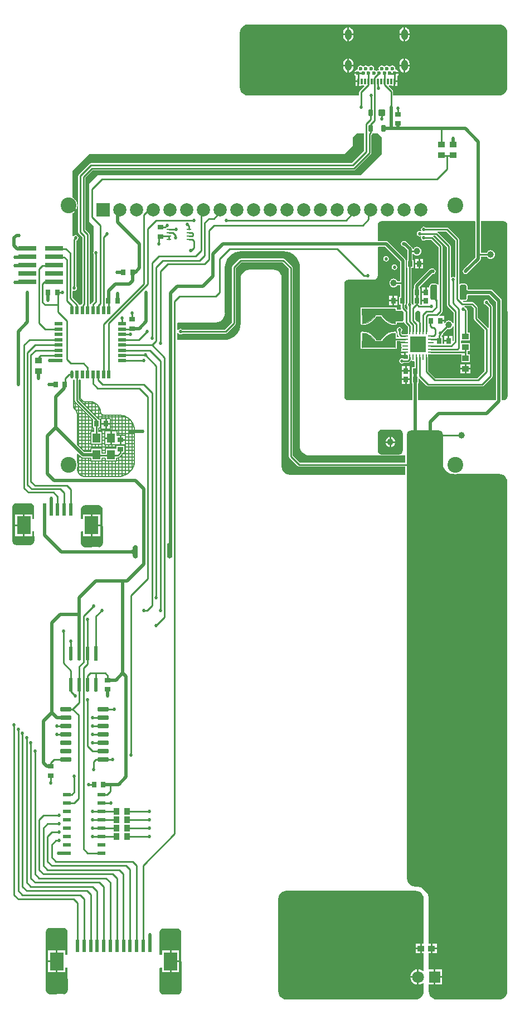
<source format=gtl>
G04*
G04 #@! TF.GenerationSoftware,Altium Limited,CircuitStudio,1.5.2 (30)*
G04*
G04 Layer_Physical_Order=1*
G04 Layer_Color=11767835*
%FSLAX25Y25*%
%MOIN*%
G70*
G01*
G75*
%ADD10C,0.00800*%
%ADD11C,0.01000*%
%ADD12C,0.00394*%
%ADD13C,0.02000*%
%ADD14C,0.03937*%
%ADD15R,0.09646X0.09646*%
%ADD16O,0.03543X0.00984*%
%ADD17O,0.00984X0.03543*%
%ADD18R,0.20276X0.03937*%
%ADD19R,0.02756X0.03543*%
%ADD20R,0.03937X0.03543*%
%ADD21R,0.03543X0.02756*%
%ADD22R,0.04724X0.05512*%
G04:AMPARAMS|DCode=23|XSize=21.65mil|YSize=49.21mil|CornerRadius=1.95mil|HoleSize=0mil|Usage=FLASHONLY|Rotation=90.000|XOffset=0mil|YOffset=0mil|HoleType=Round|Shape=RoundedRectangle|*
%AMROUNDEDRECTD23*
21,1,0.02165,0.04532,0,0,90.0*
21,1,0.01776,0.04921,0,0,90.0*
1,1,0.00390,0.02266,0.00888*
1,1,0.00390,0.02266,-0.00888*
1,1,0.00390,-0.02266,-0.00888*
1,1,0.00390,-0.02266,0.00888*
%
%ADD23ROUNDEDRECTD23*%
G04:AMPARAMS|DCode=24|XSize=25.59mil|YSize=64.96mil|CornerRadius=1.92mil|HoleSize=0mil|Usage=FLASHONLY|Rotation=270.000|XOffset=0mil|YOffset=0mil|HoleType=Round|Shape=RoundedRectangle|*
%AMROUNDEDRECTD24*
21,1,0.02559,0.06112,0,0,270.0*
21,1,0.02175,0.06496,0,0,270.0*
1,1,0.00384,-0.03056,-0.01088*
1,1,0.00384,-0.03056,0.01088*
1,1,0.00384,0.03056,0.01088*
1,1,0.00384,0.03056,-0.01088*
%
%ADD24ROUNDEDRECTD24*%
%ADD25O,0.01969X0.04724*%
%ADD26R,0.01969X0.04724*%
%ADD27R,0.04724X0.01969*%
%ADD28R,0.04134X0.03740*%
G04:AMPARAMS|DCode=29|XSize=39.37mil|YSize=39.37mil|CornerRadius=1.97mil|HoleSize=0mil|Usage=FLASHONLY|Rotation=0.000|XOffset=0mil|YOffset=0mil|HoleType=Round|Shape=RoundedRectangle|*
%AMROUNDEDRECTD29*
21,1,0.03937,0.03543,0,0,0.0*
21,1,0.03543,0.03937,0,0,0.0*
1,1,0.00394,0.01772,-0.01772*
1,1,0.00394,-0.01772,-0.01772*
1,1,0.00394,-0.01772,0.01772*
1,1,0.00394,0.01772,0.01772*
%
%ADD29ROUNDEDRECTD29*%
G04:AMPARAMS|DCode=30|XSize=23.62mil|YSize=39.37mil|CornerRadius=2.01mil|HoleSize=0mil|Usage=FLASHONLY|Rotation=0.000|XOffset=0mil|YOffset=0mil|HoleType=Round|Shape=RoundedRectangle|*
%AMROUNDEDRECTD30*
21,1,0.02362,0.03535,0,0,0.0*
21,1,0.01961,0.03937,0,0,0.0*
1,1,0.00402,0.00980,-0.01768*
1,1,0.00402,-0.00980,-0.01768*
1,1,0.00402,-0.00980,0.01768*
1,1,0.00402,0.00980,0.01768*
%
%ADD30ROUNDEDRECTD30*%
%ADD31R,0.02303X0.08559*%
G04:AMPARAMS|DCode=32|XSize=85.59mil|YSize=23.03mil|CornerRadius=11.51mil|HoleSize=0mil|Usage=FLASHONLY|Rotation=270.000|XOffset=0mil|YOffset=0mil|HoleType=Round|Shape=RoundedRectangle|*
%AMROUNDEDRECTD32*
21,1,0.08559,0.00000,0,0,270.0*
21,1,0.06257,0.02303,0,0,270.0*
1,1,0.02303,0.00000,-0.03128*
1,1,0.02303,0.00000,0.03128*
1,1,0.02303,0.00000,0.03128*
1,1,0.02303,0.00000,-0.03128*
%
%ADD32ROUNDEDRECTD32*%
%ADD33R,0.10984X0.02913*%
%ADD34R,0.02362X0.07480*%
%ADD35R,0.08268X0.11024*%
%ADD36R,0.03543X0.03937*%
G04:AMPARAMS|DCode=37|XSize=9.84mil|YSize=23.62mil|CornerRadius=1.97mil|HoleSize=0mil|Usage=FLASHONLY|Rotation=270.000|XOffset=0mil|YOffset=0mil|HoleType=Round|Shape=RoundedRectangle|*
%AMROUNDEDRECTD37*
21,1,0.00984,0.01969,0,0,270.0*
21,1,0.00591,0.02362,0,0,270.0*
1,1,0.00394,-0.00984,-0.00295*
1,1,0.00394,-0.00984,0.00295*
1,1,0.00394,0.00984,0.00295*
1,1,0.00394,0.00984,-0.00295*
%
%ADD37ROUNDEDRECTD37*%
%ADD38R,0.01181X0.03543*%
%ADD39C,0.01600*%
%ADD40C,0.07087*%
%ADD41R,0.07087X0.07087*%
%ADD42C,0.09449*%
%ADD43R,0.07874X0.07874*%
%ADD44C,0.07874*%
%ADD45O,0.03937X0.06299*%
%ADD46C,0.02362*%
%ADD47C,0.02050*%
%ADD48C,0.01969*%
%ADD49C,0.02000*%
G36*
X280819Y470878D02*
Y470878D01*
X280819D01*
X281276Y470775D01*
X281540Y470599D01*
X281761Y470268D01*
X281838Y469878D01*
X281819Y468378D01*
X281799D01*
X281877Y467988D01*
X281922Y467920D01*
X282098Y467657D01*
X282429Y467436D01*
X282819Y467358D01*
X283462Y467371D01*
X283819Y467021D01*
Y465378D01*
X282819D01*
Y465398D01*
X282429Y465320D01*
X282362Y465275D01*
X282098Y465099D01*
X281877Y464768D01*
X281799Y464378D01*
X281819Y462878D01*
X281819Y462878D01*
X281819D01*
X281716Y462421D01*
X281540Y462157D01*
X281209Y461936D01*
X280819Y461858D01*
X278819Y461878D01*
Y461878D01*
X278819D01*
X278362Y461981D01*
X278183Y462101D01*
X278042Y462241D01*
X277877Y462488D01*
X277799Y462878D01*
X277819Y469878D01*
X277819D01*
Y469878D01*
X277922Y470335D01*
X278098Y470599D01*
X278429Y470820D01*
X278819Y470897D01*
X280819Y470878D01*
D02*
G37*
G36*
X242188Y484702D02*
Y472999D01*
X240634D01*
X240563Y473173D01*
X240151Y473710D01*
X239614Y474122D01*
X238989Y474380D01*
X238319Y474469D01*
X237648Y474380D01*
X237024Y474122D01*
X236487Y473710D01*
X236075Y473173D01*
X235817Y472548D01*
X235728Y471878D01*
X235817Y471207D01*
X236075Y470583D01*
X236487Y470046D01*
X237024Y469634D01*
X237648Y469376D01*
X238319Y469287D01*
X238989Y469376D01*
X239614Y469634D01*
X240151Y470046D01*
X240563Y470583D01*
X240634Y470756D01*
X242188D01*
Y463750D01*
X241597D01*
Y459006D01*
X242697D01*
Y456878D01*
X242697Y456878D01*
X242761Y456556D01*
X242568Y456197D01*
X242445Y456054D01*
X240427Y456037D01*
X240112Y456350D01*
X240057Y456529D01*
Y457191D01*
X239338D01*
X239260Y457206D01*
X239181Y457191D01*
X219457D01*
X219378Y457206D01*
X219300Y457191D01*
X218581D01*
Y456472D01*
X218566Y456394D01*
Y447732D01*
X218627Y447421D01*
X218804Y447158D01*
X219067Y446982D01*
X219378Y446920D01*
Y446889D01*
X221271Y447075D01*
X223091Y447627D01*
X224768Y448524D01*
X226238Y449730D01*
X227445Y451200D01*
X227901Y452053D01*
X230737D01*
X231193Y451200D01*
X232400Y449730D01*
X233870Y448524D01*
X235547Y447627D01*
X237367Y447075D01*
X239260Y446889D01*
Y446920D01*
X239571Y446982D01*
X239834Y447158D01*
X240010Y447421D01*
X240072Y447732D01*
Y448229D01*
X242819D01*
X242829Y448233D01*
X242911Y448208D01*
X242941Y448224D01*
X242974Y448217D01*
X243531Y448328D01*
X243638Y448400D01*
X243765Y448425D01*
X244197Y448714D01*
X244465Y448641D01*
X244689Y448514D01*
X244697Y448506D01*
Y448378D01*
X244697Y448378D01*
X244783Y447949D01*
X245026Y447585D01*
X246776Y445835D01*
Y443055D01*
X246784Y443015D01*
Y441850D01*
X246632Y441623D01*
X246574Y441565D01*
X246346Y441413D01*
X245182D01*
X245142Y441421D01*
X243362D01*
X242940Y441843D01*
Y442673D01*
X242990Y442706D01*
X243350Y443244D01*
X243476Y443878D01*
X243350Y444512D01*
X242990Y445049D01*
X242453Y445409D01*
X241819Y445535D01*
X241185Y445409D01*
X240647Y445049D01*
X240288Y444512D01*
X240162Y443878D01*
X240288Y443244D01*
X240647Y442706D01*
X240697Y442673D01*
Y441378D01*
X240697Y441378D01*
X240783Y440949D01*
X241026Y440585D01*
X241658Y439952D01*
X241451Y439452D01*
X240072D01*
Y442024D01*
X240010Y442335D01*
X239834Y442598D01*
X239571Y442774D01*
X239260Y442836D01*
Y442867D01*
X237367Y442681D01*
X235547Y442129D01*
X233870Y441232D01*
X232400Y440026D01*
X231193Y438555D01*
X230737Y437702D01*
X227901D01*
X227445Y438555D01*
X226238Y440026D01*
X224768Y441232D01*
X223091Y442129D01*
X221271Y442681D01*
X219378Y442867D01*
Y442836D01*
X219067Y442774D01*
X218804Y442598D01*
X218627Y442335D01*
X218566Y442024D01*
Y433362D01*
X218581Y433284D01*
Y432565D01*
X219300D01*
X219378Y432550D01*
X219457Y432565D01*
X239181D01*
X239260Y432550D01*
X239338Y432565D01*
X240057D01*
Y433284D01*
X240072Y433362D01*
Y434831D01*
Y435134D01*
Y437209D01*
X242078D01*
X242308Y436862D01*
X245142D01*
Y435862D01*
X242440D01*
X242457Y435780D01*
X242787Y435286D01*
X242869Y434873D01*
X242833Y434820D01*
X242749Y434394D01*
X242833Y433967D01*
X243075Y433606D01*
Y433213D01*
X242833Y432851D01*
X242749Y432425D01*
X242833Y431999D01*
X242869Y431946D01*
X242787Y431532D01*
X242457Y431039D01*
X242440Y430957D01*
X245142D01*
Y430457D01*
X245642D01*
Y428935D01*
X246421D01*
X246784Y428498D01*
Y427741D01*
X246776Y427701D01*
Y426886D01*
X246390Y426500D01*
X244494D01*
X244473Y426532D01*
X243943Y426885D01*
X243319Y427009D01*
X242695Y426885D01*
X242165Y426532D01*
X241812Y426002D01*
X241688Y425378D01*
X241812Y424754D01*
X242165Y424224D01*
X242695Y423871D01*
X243319Y423747D01*
X243943Y423871D01*
X244473Y424224D01*
X244494Y424256D01*
X246854D01*
X246854Y424256D01*
X247284Y424342D01*
X247647Y424585D01*
X248565Y425503D01*
X248907Y425590D01*
X249229Y425534D01*
X249440Y425392D01*
X249866Y425308D01*
X250213Y425377D01*
X250477Y425252D01*
X250713Y425072D01*
Y421749D01*
X249097D01*
Y417006D01*
X249097D01*
X249097Y416749D01*
X249097D01*
Y412006D01*
X249444D01*
Y401849D01*
X211319Y401829D01*
X210344Y402023D01*
X209517Y402575D01*
X208964Y403403D01*
X208780Y404330D01*
X208819Y404378D01*
X208819D01*
X208770Y471378D01*
X208964Y472353D01*
X209517Y473180D01*
X210344Y473733D01*
X211271Y473917D01*
X211319Y473878D01*
Y473878D01*
X211319Y473878D01*
X226319Y473829D01*
X227294Y474023D01*
X228121Y474576D01*
X228674Y475402D01*
X228868Y476378D01*
X228819D01*
X228791Y493393D01*
X229144Y493747D01*
X233143D01*
X242188Y484702D01*
D02*
G37*
G36*
X263319Y470878D02*
Y470878D01*
X263319D01*
X263776Y470775D01*
X264040Y470599D01*
X264261Y470268D01*
X264338Y469878D01*
X264319Y461878D01*
Y460878D01*
X263338D01*
X263261Y461268D01*
X263040Y461599D01*
X262709Y461820D01*
X262319Y461898D01*
X261319Y461878D01*
X261319Y461878D01*
Y461878D01*
X260862Y461981D01*
X260598Y462157D01*
X260377Y462488D01*
X260299Y462878D01*
X260319Y469878D01*
X260319D01*
Y469878D01*
X260422Y470335D01*
X260598Y470599D01*
X260929Y470820D01*
X261319Y470897D01*
X263319Y470878D01*
D02*
G37*
G36*
X266294Y383733D02*
X267121Y383180D01*
X267674Y382353D01*
X267858Y381426D01*
X267819Y381378D01*
X267819D01*
X267819Y381378D01*
X267790Y363878D01*
X267906Y362702D01*
X268249Y361571D01*
X268806Y360528D01*
X269556Y359615D01*
X270469Y358865D01*
X271512Y358308D01*
X272643Y357965D01*
X273819Y357849D01*
Y357849D01*
X274319Y357867D01*
X275138Y357760D01*
X276063Y357881D01*
X301319Y357921D01*
X302624Y357749D01*
X303840Y357245D01*
X304885Y356444D01*
X305686Y355399D01*
X306190Y354183D01*
X306357Y352921D01*
X306319Y352878D01*
X306319D01*
X306362Y48878D01*
X306190Y47573D01*
X305686Y46356D01*
X304885Y45312D01*
X303840Y44510D01*
X302624Y44007D01*
X301362Y43840D01*
X301319Y43878D01*
Y43878D01*
X264319Y43835D01*
X263014Y44007D01*
X261797Y44510D01*
X260753Y45312D01*
X259951Y46356D01*
X259448Y47573D01*
X259281Y48835D01*
X259319Y48878D01*
X259319D01*
X259319Y48878D01*
X259322Y52835D01*
X262319D01*
Y57378D01*
Y61921D01*
X259682D01*
X259329Y62275D01*
X259335Y71508D01*
X260469D01*
Y74378D01*
Y77248D01*
X259693D01*
X259339Y77602D01*
X259358Y103378D01*
X259203Y104946D01*
X258746Y106454D01*
X258003Y107844D01*
X257003Y109062D01*
X255785Y110062D01*
X254395Y110805D01*
X252887Y111262D01*
X251319Y111417D01*
Y111417D01*
X251238Y111346D01*
X250014Y111507D01*
X248797Y112010D01*
X247753Y112812D01*
X246952Y113856D01*
X246448Y115073D01*
X246281Y116335D01*
X246319Y116378D01*
X246319D01*
X246270Y381378D01*
X246464Y382353D01*
X247017Y383180D01*
X247844Y383733D01*
X248771Y383917D01*
X248819Y383878D01*
Y383878D01*
X265319Y383927D01*
X266294Y383733D01*
D02*
G37*
G36*
X220697Y550843D02*
X213354Y543500D01*
X57319D01*
X56890Y543414D01*
X56526Y543171D01*
X56526Y543171D01*
X50026Y536671D01*
X49783Y536307D01*
X49697Y535878D01*
X49697Y535878D01*
Y502376D01*
X49697Y502376D01*
X49783Y501946D01*
X50026Y501583D01*
X52197Y499411D01*
Y459896D01*
X52020Y459470D01*
Y459470D01*
X51565Y458878D01*
X50060D01*
X50005Y459158D01*
X49762Y459521D01*
X49762Y459521D01*
X46319Y462964D01*
Y467036D01*
X46819Y467320D01*
X47319Y467221D01*
X47953Y467347D01*
X48491Y467706D01*
X48850Y468244D01*
X48976Y468878D01*
X48850Y469512D01*
X48491Y470049D01*
X48441Y470083D01*
Y497276D01*
X48796Y497347D01*
X49334Y497706D01*
X49693Y498244D01*
X49819Y498878D01*
X49693Y499512D01*
X49334Y500049D01*
X48796Y500409D01*
X48162Y500535D01*
X47528Y500409D01*
X46991Y500049D01*
X46819Y499793D01*
X46319Y499944D01*
Y513450D01*
X46484Y513518D01*
X47597Y514372D01*
X48450Y515484D01*
X48987Y516779D01*
X49170Y518169D01*
X48987Y519559D01*
X48450Y520855D01*
X47597Y521967D01*
X46484Y522820D01*
X46319Y522889D01*
Y536378D01*
Y538878D01*
X56319Y548878D01*
X208819D01*
X213819Y553878D01*
Y558878D01*
X216319Y561378D01*
X220697D01*
Y550843D01*
D02*
G37*
G36*
X62794Y338981D02*
X63621Y338428D01*
X64174Y337601D01*
X64358Y336674D01*
X64319Y336626D01*
X64319D01*
X64368Y316626D01*
X64174Y315651D01*
X63621Y314824D01*
X62794Y314271D01*
X61867Y314087D01*
X61819Y314126D01*
Y314126D01*
X53819Y314077D01*
X52843Y314271D01*
X52017Y314824D01*
X51464Y315651D01*
X51279Y316578D01*
X51319Y316626D01*
X51319D01*
X51303Y323099D01*
X51656Y323453D01*
X52461D01*
Y320740D01*
X57095D01*
Y327252D01*
Y333764D01*
X52461D01*
Y331051D01*
X51284D01*
X51270Y336626D01*
X51464Y337601D01*
X52017Y338428D01*
X52843Y338981D01*
X53771Y339165D01*
X53819Y339126D01*
Y339126D01*
X61819Y339175D01*
X62794Y338981D01*
D02*
G37*
G36*
X304794Y508733D02*
X305621Y508180D01*
X306174Y507353D01*
X306358Y506426D01*
X306319Y506378D01*
X306319D01*
X306368Y404378D01*
X306368Y404378D01*
X306174Y403402D01*
X305621Y402575D01*
X304794Y402023D01*
X304300Y401925D01*
X303819Y401878D01*
Y401878D01*
X303304Y401878D01*
X302950Y402231D01*
Y461378D01*
X302826Y462002D01*
X302472Y462532D01*
X297473Y467531D01*
X296943Y467885D01*
X296319Y468009D01*
X283819D01*
X283594Y467965D01*
X283456Y468020D01*
X283452Y468019D01*
X283449Y468020D01*
X282877Y468009D01*
X282784Y468027D01*
X282468Y468369D01*
X282488Y469869D01*
X282462Y469935D01*
X282475Y470005D01*
X282398Y470395D01*
X282326Y470502D01*
X282301Y470629D01*
X282080Y470960D01*
X281973Y471031D01*
X281901Y471139D01*
X281637Y471315D01*
X281518Y471339D01*
X281419Y471409D01*
X280961Y471512D01*
X280891Y471499D01*
X280825Y471527D01*
X278825Y471547D01*
X278761Y471521D01*
X278692Y471534D01*
X278302Y471457D01*
X278195Y471385D01*
X278068Y471360D01*
X277941Y471275D01*
X277441Y471526D01*
Y497878D01*
X277441Y497878D01*
X277355Y498307D01*
X277112Y498671D01*
X277112Y498671D01*
X271112Y504671D01*
X270748Y504914D01*
X270319Y504999D01*
X270319Y504999D01*
X257524D01*
X257490Y505050D01*
X256953Y505409D01*
X256319Y505535D01*
X255685Y505409D01*
X255147Y505050D01*
X254788Y504512D01*
X254662Y503878D01*
X254779Y503292D01*
X254610Y503087D01*
X254404Y502918D01*
X253819Y503035D01*
X253185Y502909D01*
X252647Y502550D01*
X252288Y502012D01*
X252162Y501378D01*
X252288Y500744D01*
X252647Y500206D01*
X253185Y499847D01*
X253819Y499721D01*
X254404Y499837D01*
X254610Y499669D01*
X254779Y499463D01*
X254662Y498878D01*
X254788Y498244D01*
X255147Y497706D01*
X255685Y497347D01*
X256319Y497221D01*
X256953Y497347D01*
X257490Y497706D01*
X257524Y497756D01*
X260854D01*
X265197Y493413D01*
Y470935D01*
X264697Y470784D01*
X264580Y470960D01*
X264473Y471031D01*
X264401Y471139D01*
X264137Y471315D01*
X264018Y471339D01*
X263919Y471409D01*
X263461Y471512D01*
X263391Y471499D01*
X263325Y471527D01*
X261325Y471547D01*
X261261Y471521D01*
X261192Y471534D01*
X260802Y471457D01*
X260695Y471385D01*
X260568Y471360D01*
X260237Y471139D01*
X260165Y471032D01*
X260058Y470960D01*
X259882Y470696D01*
X259858Y470577D01*
X259788Y470478D01*
X259685Y470020D01*
X259698Y469948D01*
X259669Y469880D01*
X259667Y469149D01*
X258075D01*
Y466378D01*
X257575D01*
Y465878D01*
X255197D01*
Y463606D01*
X255197D01*
Y461878D01*
X257575D01*
Y460878D01*
X255197D01*
Y458999D01*
X254538D01*
X254041Y459006D01*
Y463750D01*
X254041D01*
X254041Y464006D01*
X254041D01*
Y468750D01*
X253950D01*
Y469702D01*
X261495Y477247D01*
X261691D01*
X261819Y477221D01*
X262453Y477347D01*
X262990Y477706D01*
X263350Y478244D01*
X263476Y478878D01*
X263350Y479512D01*
X262990Y480050D01*
X262453Y480409D01*
X261819Y480535D01*
X261691Y480509D01*
X260819D01*
X260819Y480509D01*
X260195Y480385D01*
X259665Y480031D01*
X251165Y471531D01*
X250812Y471002D01*
X250688Y470378D01*
Y468750D01*
X250085D01*
Y464006D01*
X250085D01*
X250085Y463750D01*
X250085D01*
Y459066D01*
X249960Y458943D01*
X249766Y458966D01*
X249418Y459167D01*
X249350Y459512D01*
X248991Y460049D01*
X248940Y460083D01*
Y481006D01*
X250041D01*
Y485749D01*
X249694D01*
Y489258D01*
X250194Y489428D01*
X250487Y489046D01*
X251024Y488634D01*
X251648Y488376D01*
X252319Y488287D01*
X252990Y488376D01*
X253614Y488634D01*
X254151Y489046D01*
X254562Y489583D01*
X254821Y490207D01*
X254910Y490878D01*
X254821Y491548D01*
X254562Y492173D01*
X254151Y492710D01*
X253614Y493121D01*
X252990Y493380D01*
X252319Y493469D01*
X251648Y493380D01*
X251024Y493121D01*
X250487Y492710D01*
X250171Y492298D01*
X249717Y492356D01*
X249643Y492394D01*
X249570Y492758D01*
X249217Y493287D01*
X245972Y496531D01*
X245443Y496885D01*
X244819Y497009D01*
X244447D01*
X244319Y497035D01*
X243685Y496909D01*
X243147Y496550D01*
X242788Y496012D01*
X242662Y495378D01*
X242788Y494744D01*
X243147Y494206D01*
X243685Y493847D01*
X244131Y493758D01*
X246432Y491458D01*
Y490878D01*
Y485749D01*
X246085D01*
Y481006D01*
X246697D01*
Y460083D01*
X246647Y460049D01*
X246288Y459512D01*
X246162Y458878D01*
X246288Y458244D01*
X246647Y457706D01*
X246697Y457673D01*
Y456293D01*
X246197Y456086D01*
X244940Y457342D01*
Y459006D01*
X245553D01*
Y463750D01*
X245450D01*
Y471878D01*
Y485378D01*
X245450Y485378D01*
X245326Y486002D01*
X244972Y486531D01*
X234973Y496531D01*
X234443Y496885D01*
X233819Y497009D01*
X228785D01*
X228770Y506378D01*
X228964Y507353D01*
X229517Y508180D01*
X230344Y508733D01*
X231271Y508917D01*
X231319Y508878D01*
Y508878D01*
X286834Y508915D01*
X287188Y508562D01*
Y488878D01*
Y487054D01*
X280256Y480122D01*
X280147Y480050D01*
X279788Y479512D01*
X279662Y478878D01*
X279788Y478244D01*
X280147Y477706D01*
X280685Y477347D01*
X281319Y477221D01*
X281953Y477347D01*
X282490Y477706D01*
X282563Y477815D01*
X289972Y485224D01*
X290326Y485754D01*
X290450Y486378D01*
Y487756D01*
X294003D01*
X294075Y487583D01*
X294487Y487046D01*
X295024Y486634D01*
X295648Y486376D01*
X296319Y486287D01*
X296989Y486376D01*
X297614Y486634D01*
X298151Y487046D01*
X298563Y487583D01*
X298821Y488207D01*
X298910Y488878D01*
X298821Y489548D01*
X298563Y490173D01*
X298151Y490710D01*
X297614Y491121D01*
X296989Y491380D01*
X296319Y491469D01*
X295648Y491380D01*
X295024Y491121D01*
X294487Y490710D01*
X294075Y490173D01*
X294003Y489999D01*
X290450D01*
Y508918D01*
X303819Y508927D01*
X304794Y508733D01*
D02*
G37*
G36*
X21794Y340233D02*
X22621Y339680D01*
X23174Y338853D01*
X23358Y337926D01*
X23319Y337878D01*
X23319D01*
X23335Y331405D01*
X22982Y331051D01*
X22177D01*
Y333764D01*
X17543D01*
Y327252D01*
Y320740D01*
X22177D01*
Y323453D01*
X23354D01*
X23368Y317878D01*
X23174Y316902D01*
X22621Y316075D01*
X21794Y315523D01*
X20867Y315338D01*
X20819Y315378D01*
Y315378D01*
X12819Y315329D01*
X11844Y315523D01*
X11016Y316075D01*
X10464Y316902D01*
X10279Y317830D01*
X10319Y317878D01*
X10319D01*
X10270Y337878D01*
X10464Y338853D01*
X11016Y339680D01*
X11844Y340233D01*
X12771Y340417D01*
X12819Y340378D01*
Y340378D01*
X20819Y340427D01*
X21794Y340233D01*
D02*
G37*
G36*
X275197Y497413D02*
Y475513D01*
X274697Y475245D01*
X274453Y475409D01*
X273819Y475535D01*
X273185Y475409D01*
X272940Y475245D01*
X272441Y475513D01*
Y493878D01*
X272355Y494307D01*
X272112Y494671D01*
X272112Y494671D01*
X264612Y502171D01*
X264484Y502256D01*
X264636Y502756D01*
X269854D01*
X275197Y497413D01*
D02*
G37*
G36*
X175697Y480413D02*
Y368378D01*
X175697Y368378D01*
X175783Y367949D01*
X176026Y367585D01*
X181026Y362585D01*
X181026Y362585D01*
X181390Y362342D01*
X181819Y362256D01*
X181819Y362256D01*
X245319D01*
Y357378D01*
X176319Y357335D01*
X176319Y357335D01*
X175013Y357507D01*
X173797Y358010D01*
X172753Y358812D01*
X171951Y359856D01*
X171448Y361072D01*
X171281Y362335D01*
X171319Y362378D01*
X171319D01*
X171319Y362378D01*
X171362Y474878D01*
X171190Y476183D01*
X170686Y477399D01*
X169885Y478444D01*
X168841Y479245D01*
X167624Y479749D01*
X166319Y479921D01*
Y479921D01*
X166276Y479878D01*
X152319Y479925D01*
X152319Y479925D01*
X150883Y479736D01*
X149545Y479182D01*
X148396Y478301D01*
X147515Y477152D01*
X146960Y475814D01*
X146836Y474870D01*
X146836D01*
X146836Y474870D01*
X146834Y474852D01*
X146772Y474378D01*
X146772Y474378D01*
X146820Y473897D01*
X146867Y447878D01*
X146674Y445918D01*
X146102Y444033D01*
X145174Y442295D01*
X143924Y440773D01*
X142402Y439523D01*
X140664Y438594D01*
X138779Y438023D01*
X136867Y437834D01*
X136819Y437878D01*
Y437878D01*
X108819D01*
Y441866D01*
X108902Y441926D01*
X109582Y441805D01*
X109647Y441706D01*
X110185Y441347D01*
X110819Y441221D01*
X111453Y441347D01*
X111990Y441706D01*
X112024Y441756D01*
X137819D01*
X137819Y441756D01*
X138248Y441842D01*
X138612Y442085D01*
X143612Y447085D01*
X143612Y447085D01*
X143855Y447449D01*
X143940Y447878D01*
X143940Y447878D01*
Y480913D01*
X147283Y484256D01*
X171854D01*
X175697Y480413D01*
D02*
G37*
G36*
X239260Y433362D02*
X230423Y433783D01*
X230919Y436078D01*
X231919Y438078D01*
X234469Y440628D01*
X237219Y441878D01*
X239260Y442024D01*
Y433362D01*
D02*
G37*
G36*
X242294Y384233D02*
X243121Y383680D01*
X243674Y382853D01*
X243858Y381926D01*
X243819Y381878D01*
X243819D01*
X243868Y371878D01*
X243674Y370902D01*
X243121Y370075D01*
X242294Y369523D01*
X241367Y369338D01*
X241319Y369378D01*
Y369378D01*
X231319Y369329D01*
X230344Y369523D01*
X229517Y370075D01*
X228964Y370902D01*
X228780Y371830D01*
X228819Y371878D01*
X228819D01*
X228770Y381878D01*
X228964Y382853D01*
X229517Y383680D01*
X230344Y384233D01*
X231271Y384417D01*
X231319Y384378D01*
Y384378D01*
X241319Y384427D01*
X242294Y384233D01*
D02*
G37*
G36*
X221419Y441878D02*
X224169Y440628D01*
X226719Y438078D01*
X227719Y436078D01*
X228215Y433783D01*
X219378Y433362D01*
Y442024D01*
X221419Y441878D01*
D02*
G37*
G36*
X286347Y456764D02*
Y450728D01*
X286347Y450728D01*
X286432Y450299D01*
X286676Y449935D01*
X292697Y443913D01*
Y419343D01*
X288354Y414999D01*
X263283D01*
X258862Y419421D01*
Y427701D01*
X258854Y427741D01*
Y428905D01*
X259006Y429133D01*
X259064Y429191D01*
X259291Y429343D01*
X260456D01*
X260496Y429335D01*
X278257D01*
X278750Y429320D01*
Y424577D01*
X283887D01*
Y429320D01*
X282440D01*
Y430378D01*
Y431278D01*
X283887D01*
Y436021D01*
X278750D01*
X278440Y436393D01*
Y437206D01*
X278750Y437577D01*
X283887D01*
Y442320D01*
X282440D01*
Y455378D01*
X282460D01*
X282297Y456197D01*
X281833Y456892D01*
X281138Y457356D01*
X281117Y457360D01*
X280991Y457549D01*
X280681Y457756D01*
X280833Y458256D01*
X284854D01*
X286347Y456764D01*
D02*
G37*
G36*
X299688Y460702D02*
Y402054D01*
X299510Y401876D01*
X253060Y401851D01*
X252706Y402205D01*
Y412006D01*
X253053D01*
Y414905D01*
X253515Y415096D01*
X258026Y410585D01*
X258026Y410585D01*
X258390Y410342D01*
X258819Y410256D01*
X258819Y410256D01*
X291319D01*
X291319Y410256D01*
X291748Y410342D01*
X292112Y410585D01*
X297112Y415585D01*
X297112Y415585D01*
X297355Y415949D01*
X297441Y416378D01*
X297441Y416378D01*
Y457878D01*
X297355Y458307D01*
X297112Y458671D01*
X297112Y458671D01*
X295464Y460319D01*
X295476Y460378D01*
X295350Y461012D01*
X294990Y461550D01*
X294453Y461909D01*
X293819Y462035D01*
X293185Y461909D01*
X292647Y461550D01*
X292288Y461012D01*
X292162Y460378D01*
X292288Y459744D01*
X292647Y459206D01*
X293185Y458847D01*
X293819Y458721D01*
X293878Y458733D01*
X295197Y457413D01*
Y445195D01*
X294697Y445043D01*
X294612Y445171D01*
X294612Y445171D01*
X288590Y451193D01*
Y457228D01*
X288590Y457228D01*
X288505Y457657D01*
X288262Y458021D01*
X288262Y458021D01*
X286112Y460171D01*
X285748Y460414D01*
X285319Y460499D01*
X285319Y460499D01*
X279919D01*
X279748Y460719D01*
X279995Y461217D01*
X280813Y461209D01*
X280877Y461235D01*
X280946Y461221D01*
X281336Y461299D01*
X281443Y461371D01*
X281570Y461396D01*
X281901Y461617D01*
X281973Y461724D01*
X282080Y461796D01*
X282256Y462060D01*
X282280Y462179D01*
X282350Y462278D01*
X282453Y462735D01*
X282440Y462809D01*
X282468Y462878D01*
X282467Y462882D01*
X282468Y462886D01*
X282450Y464318D01*
X282470Y464418D01*
X282819Y464728D01*
X283819D01*
X283863Y464747D01*
X295643D01*
X299688Y460702D01*
D02*
G37*
G36*
X253404Y455291D02*
X253900Y454959D01*
X254232Y454463D01*
X254348Y453878D01*
X254319Y448378D01*
X253360D01*
X253202Y448761D01*
X252819Y448919D01*
Y448848D01*
X252234Y448965D01*
X251737Y449297D01*
X251406Y449793D01*
X251290Y450378D01*
X251319Y453878D01*
X251290D01*
X251406Y454463D01*
X251737Y454959D01*
X252234Y455291D01*
X252819Y455407D01*
X253404Y455291D01*
D02*
G37*
G36*
X239260Y455378D02*
X242819Y455407D01*
X243404Y455291D01*
X243900Y454959D01*
X244232Y454463D01*
X244343Y453907D01*
X244319Y453878D01*
X244319D01*
X244348Y450378D01*
X244232Y449793D01*
X243900Y449297D01*
X243404Y448965D01*
X242848Y448854D01*
X242819Y448878D01*
Y448878D01*
X239260D01*
Y447732D01*
X237219Y447878D01*
X234469Y449128D01*
X231919Y451678D01*
X230919Y453678D01*
X230423Y455973D01*
X239260Y456394D01*
Y455378D01*
D02*
G37*
G36*
X270197Y493413D02*
Y458878D01*
X270197Y458878D01*
X270283Y458449D01*
X270526Y458085D01*
X274197Y454413D01*
Y447947D01*
X273697Y447848D01*
X273563Y448173D01*
X273151Y448710D01*
X272614Y449122D01*
X271989Y449380D01*
X271319Y449469D01*
X270648Y449380D01*
X270024Y449122D01*
X269487Y448710D01*
X269075Y448173D01*
X268953Y447877D01*
X268453Y447977D01*
Y448878D01*
X266075D01*
Y449878D01*
X268453D01*
Y452150D01*
X265830D01*
X265639Y452611D01*
X267112Y454085D01*
X267112Y454085D01*
X267355Y454449D01*
X267441Y454878D01*
X267441Y454878D01*
Y493878D01*
X267441Y493878D01*
X267355Y494307D01*
X267112Y494671D01*
X267112Y494671D01*
X262112Y499671D01*
X261984Y499756D01*
X262136Y500256D01*
X263354D01*
X270197Y493413D01*
D02*
G37*
G36*
X274197Y445809D02*
Y437430D01*
X273944Y437229D01*
X273453Y437448D01*
Y440149D01*
X271575D01*
Y437378D01*
X271075D01*
Y436878D01*
X268697D01*
Y435515D01*
X267541D01*
Y439749D01*
X267357D01*
X266939Y440250D01*
X266953Y440347D01*
X267491Y440706D01*
X267850Y441244D01*
X267976Y441878D01*
X267964Y441937D01*
X270475Y444448D01*
X270648Y444376D01*
X271319Y444287D01*
X271989Y444376D01*
X272614Y444634D01*
X273151Y445046D01*
X273563Y445583D01*
X273697Y445908D01*
X274197Y445809D01*
D02*
G37*
G36*
X228215Y455973D02*
X227719Y453678D01*
X226719Y451678D01*
X224169Y449128D01*
X221419Y447878D01*
X219378Y447732D01*
Y456394D01*
X228215Y455973D01*
D02*
G37*
G36*
X174279Y490733D02*
X176164Y490161D01*
X177901Y489233D01*
X179424Y487983D01*
X180674Y486460D01*
X181602Y484723D01*
X182174Y482838D01*
X182363Y480926D01*
X182319Y480878D01*
X182319D01*
Y473878D01*
X182316Y373878D01*
X182354Y373491D01*
X182686Y372398D01*
X183224Y371391D01*
X183949Y370508D01*
X184832Y369783D01*
X185839Y369245D01*
X186932Y368913D01*
X188069Y368801D01*
X188819Y368875D01*
Y368875D01*
X188822Y368878D01*
X245319D01*
Y364499D01*
X182283D01*
X177940Y368843D01*
Y480878D01*
X177940Y480878D01*
X177855Y481307D01*
X177612Y481671D01*
X177612Y481671D01*
X173112Y486171D01*
X172748Y486414D01*
X172319Y486500D01*
X172319Y486500D01*
X146819D01*
X146390Y486414D01*
X146026Y486171D01*
X146026Y486171D01*
X142026Y482171D01*
X141783Y481807D01*
X141697Y481378D01*
X141697Y481378D01*
Y448343D01*
X137354Y443999D01*
X112024D01*
X111990Y444050D01*
X111453Y444409D01*
X110819Y444535D01*
X110185Y444409D01*
X109647Y444050D01*
X109582Y443951D01*
X108902Y443830D01*
X108819Y443890D01*
Y448024D01*
X109173Y448377D01*
X131819Y448330D01*
X131819D01*
X133255Y448520D01*
X134593Y449074D01*
X135741Y449955D01*
X136623Y451104D01*
X137177Y452442D01*
X137301Y453384D01*
X137301D01*
X137301Y453384D01*
X137301D01*
D01*
X137366Y453878D01*
X137366Y453878D01*
X137319Y453878D01*
X137271Y480878D01*
X137464Y482838D01*
X138035Y484723D01*
X138964Y486460D01*
X140214Y487983D01*
X141736Y489233D01*
X143474Y490161D01*
X145359Y490733D01*
X147271Y490922D01*
X147319Y490878D01*
Y490878D01*
X151319D01*
X172319Y490926D01*
X174279Y490733D01*
D02*
G37*
G36*
X252624Y108749D02*
X253840Y108245D01*
X254885Y107444D01*
X255686Y106400D01*
X256190Y105183D01*
X256357Y103921D01*
X256319Y103878D01*
X256319D01*
X256340Y77602D01*
X255986Y77248D01*
X255169D01*
Y74378D01*
Y71508D01*
X256344D01*
X256353Y61023D01*
X255853Y60777D01*
X255110Y61347D01*
X254005Y61804D01*
X253319Y61895D01*
Y57378D01*
Y52861D01*
X254005Y52952D01*
X255110Y53409D01*
X255858Y53983D01*
X256358Y53737D01*
X256362Y48878D01*
X256190Y47573D01*
X255686Y46356D01*
X254885Y45312D01*
X253840Y44510D01*
X252624Y44007D01*
X251362Y43840D01*
X251319Y43878D01*
Y43878D01*
X174319Y43835D01*
X174319Y43835D01*
X173014Y44007D01*
X171797Y44510D01*
X170753Y45312D01*
X169951Y46356D01*
X169448Y47573D01*
X169281Y48835D01*
X169319Y48878D01*
X169319D01*
X169319Y48878D01*
X169293Y81829D01*
X169291Y103992D01*
X169448Y105183D01*
X169951Y106400D01*
X170753Y107444D01*
X171797Y108245D01*
X173014Y108749D01*
X174276Y108915D01*
X174319Y108878D01*
Y108878D01*
X251319Y108921D01*
X252624Y108749D01*
D02*
G37*
G36*
X105848Y308878D02*
X105732Y308293D01*
X105400Y307797D01*
X104904Y307465D01*
X104319Y307348D01*
X103734Y307465D01*
X103237Y307797D01*
X102906Y308293D01*
X102795Y308849D01*
X102819Y308878D01*
X102819D01*
X102778Y315878D01*
X102893Y316157D01*
X103319Y316337D01*
X103319Y316337D01*
X103619Y316461D01*
X103619D01*
X103702Y316495D01*
X103860Y316878D01*
X103819Y316878D01*
Y317378D01*
X105819D01*
X105848Y308878D01*
D02*
G37*
G36*
X41794Y86481D02*
X42621Y85928D01*
X43174Y85101D01*
X43358Y84174D01*
X43319Y84126D01*
X43319D01*
X43338Y70905D01*
X42984Y70551D01*
X41898D01*
Y73264D01*
X37264D01*
Y66752D01*
Y60240D01*
X41898D01*
Y62953D01*
X43349D01*
X43368Y49626D01*
X43174Y48651D01*
X42621Y47824D01*
X41794Y47271D01*
X40867Y47087D01*
X40819Y47126D01*
Y47126D01*
X32819Y47077D01*
X31844Y47271D01*
X31017Y47824D01*
X30464Y48651D01*
X30279Y49578D01*
X30319Y49626D01*
X30319D01*
X30270Y84126D01*
X30464Y85101D01*
X31017Y85928D01*
X31844Y86481D01*
X32771Y86665D01*
X32819Y86626D01*
Y86626D01*
X40819Y86675D01*
X41794Y86481D01*
D02*
G37*
G36*
X302624Y626249D02*
X303840Y625745D01*
X304885Y624944D01*
X305686Y623900D01*
X306190Y622683D01*
X306357Y621421D01*
X306319Y621378D01*
X306319D01*
X306362Y588878D01*
Y588878D01*
X306190Y587573D01*
X305686Y586356D01*
X304885Y585312D01*
X303840Y584510D01*
X302624Y584007D01*
X301810Y583899D01*
X301319Y583878D01*
Y583878D01*
X238294Y583860D01*
X237941Y584213D01*
Y586378D01*
X237941Y586378D01*
X237855Y586807D01*
X237612Y587171D01*
X235258Y589525D01*
X235450Y589987D01*
X237228D01*
Y589587D01*
X238319D01*
Y592358D01*
X238819D01*
Y592858D01*
X240409D01*
Y595130D01*
X240409Y595130D01*
X240409D01*
X240449Y595614D01*
X240588Y595707D01*
X241070Y596428D01*
X241140Y596779D01*
X239016D01*
Y597780D01*
X241140D01*
X241070Y598131D01*
X240588Y598852D01*
X239867Y599334D01*
X239139Y599479D01*
X239257Y600075D01*
X239119Y600770D01*
X238725Y601359D01*
X238136Y601753D01*
X237441Y601891D01*
X236746Y601753D01*
X236157Y601359D01*
X236116Y601298D01*
X235616D01*
X235576Y601359D01*
X234986Y601753D01*
X234291Y601891D01*
X233596Y601753D01*
X233007Y601359D01*
X232967Y601298D01*
X232467D01*
X232426Y601359D01*
X231837Y601753D01*
X231142Y601891D01*
X230447Y601753D01*
X229858Y601359D01*
X229464Y600770D01*
X229326Y600075D01*
X229464Y599380D01*
X229113Y599005D01*
X228872Y598957D01*
X228283Y598564D01*
X228242Y598503D01*
X227742D01*
X227701Y598564D01*
X227112Y598957D01*
X226871Y599005D01*
X226520Y599380D01*
X226659Y600075D01*
X226520Y600770D01*
X226127Y601359D01*
X225537Y601753D01*
X224843Y601891D01*
X224148Y601753D01*
X223572Y601368D01*
X223447Y601298D01*
X223089D01*
X222963Y601368D01*
X222388Y601753D01*
X221693Y601891D01*
X220998Y601753D01*
X220423Y601368D01*
X220297Y601298D01*
X219939D01*
X219814Y601368D01*
X219238Y601753D01*
X218543Y601891D01*
X217848Y601753D01*
X217259Y601359D01*
X216866Y600770D01*
X216727Y600075D01*
X216846Y599479D01*
X216118Y599334D01*
X215396Y598852D01*
X214914Y598131D01*
X214844Y597780D01*
X216969D01*
Y596779D01*
X214844D01*
X214914Y596428D01*
X215396Y595707D01*
X215536Y595614D01*
X215575Y595130D01*
X215575Y595130D01*
X215575Y595130D01*
Y592858D01*
X217165D01*
Y592358D01*
X217665D01*
Y589587D01*
X218756D01*
Y589987D01*
X220688D01*
X220880Y589525D01*
X218026Y586671D01*
X217783Y586307D01*
X217697Y585878D01*
X217697Y585878D01*
Y583854D01*
X151319Y583835D01*
X151319D01*
X150014Y584007D01*
X148797Y584510D01*
X147753Y585312D01*
X146951Y586356D01*
X146448Y587573D01*
X146281Y588835D01*
X146319Y588878D01*
X146319D01*
X146276Y621378D01*
X146448Y622683D01*
X146951Y623900D01*
X147753Y624944D01*
X148797Y625745D01*
X150014Y626249D01*
X151276Y626415D01*
X151319Y626378D01*
Y626378D01*
X301319Y626421D01*
X302624Y626249D01*
D02*
G37*
G36*
X109794Y86233D02*
X110621Y85680D01*
X111174Y84853D01*
X111358Y83926D01*
X111319Y83878D01*
X111319D01*
X111368Y49378D01*
X111174Y48403D01*
X110621Y47576D01*
X109794Y47023D01*
X108867Y46839D01*
X108819Y46878D01*
Y46878D01*
X100819Y46829D01*
X99844Y47023D01*
X99016Y47576D01*
X98464Y48403D01*
X98280Y49330D01*
X98319Y49378D01*
X98319D01*
X98300Y62599D01*
X98654Y62953D01*
X99740D01*
Y60240D01*
X104374D01*
Y66752D01*
Y73264D01*
X99740D01*
Y70551D01*
X98289D01*
X98270Y83878D01*
X98464Y84853D01*
X99016Y85680D01*
X99844Y86233D01*
X100771Y86417D01*
X100819Y86378D01*
Y86378D01*
X108819Y86427D01*
X109794Y86233D01*
D02*
G37*
G36*
X84404Y315291D02*
X84900Y314959D01*
X85232Y314463D01*
X85343Y313907D01*
X85319Y313878D01*
X85319D01*
X85348Y308878D01*
X85232Y308293D01*
X84900Y307797D01*
X84404Y307465D01*
X83819Y307348D01*
X83234Y307465D01*
X82737Y307797D01*
X82406Y308293D01*
X82386Y308392D01*
X82319Y308878D01*
X82319D01*
X82319Y308878D01*
X82339Y309378D01*
X82261Y309768D01*
X82040Y310099D01*
X81776Y310275D01*
X81709Y310320D01*
X81319Y310398D01*
Y310378D01*
X80319D01*
Y312021D01*
X80676Y312371D01*
X81319Y312358D01*
X81709Y312436D01*
X82040Y312657D01*
X82216Y312920D01*
X82261Y312988D01*
X82339Y313378D01*
X82319D01*
X82290Y313878D01*
X82406Y314463D01*
X82737Y314959D01*
X83234Y315291D01*
X83357Y315315D01*
X83819Y315407D01*
X83819Y315407D01*
X83819Y315407D01*
X84404Y315291D01*
D02*
G37*
G36*
X231319Y558878D02*
Y548878D01*
X218819Y536378D01*
X61319D01*
X56319Y531378D01*
Y522878D01*
Y508378D01*
X58819Y505878D01*
Y490558D01*
X58788Y490512D01*
X58662Y489878D01*
X58788Y489244D01*
X58819Y489198D01*
Y461378D01*
X56851Y459410D01*
X56389Y459602D01*
Y500929D01*
X56389Y500929D01*
X56304Y501358D01*
X56061Y501722D01*
X56061Y501722D01*
X53940Y503842D01*
Y534913D01*
X58284Y539256D01*
X214579D01*
X214579Y539256D01*
X215008Y539342D01*
X215372Y539585D01*
X224612Y548825D01*
X224612Y548825D01*
X224855Y549189D01*
X224940Y549618D01*
X224940Y549618D01*
Y560413D01*
X225372Y560845D01*
X225615Y561209D01*
X225649Y561378D01*
X228819D01*
X231319Y558878D01*
D02*
G37*
%LPC*%
G36*
X267362Y61921D02*
X263319D01*
Y57878D01*
X267362D01*
Y61921D01*
D02*
G37*
G36*
X252319Y61895D02*
X251633Y61804D01*
X250528Y61347D01*
X249579Y60618D01*
X248850Y59669D01*
X248393Y58564D01*
X248302Y57878D01*
X252319D01*
Y61895D01*
D02*
G37*
G36*
X36264Y73264D02*
X31630D01*
Y67252D01*
X36264D01*
Y73264D01*
D02*
G37*
G36*
X110008Y66252D02*
X105374D01*
Y60240D01*
X110008D01*
Y66252D01*
D02*
G37*
G36*
X36264D02*
X31630D01*
Y60240D01*
X36264D01*
Y66252D01*
D02*
G37*
G36*
X252319Y56878D02*
X248302D01*
X248393Y56192D01*
X248850Y55087D01*
X249579Y54138D01*
X250528Y53409D01*
X251633Y52952D01*
X252319Y52861D01*
Y56878D01*
D02*
G37*
G36*
X247941Y413878D02*
X246063D01*
Y411606D01*
X247941D01*
Y413878D01*
D02*
G37*
G36*
X245063D02*
X243185D01*
Y411606D01*
X245063D01*
Y413878D01*
D02*
G37*
G36*
X247941Y418878D02*
X245563D01*
X243185D01*
Y416606D01*
X243185D01*
Y414878D01*
X245563D01*
X247941D01*
Y417150D01*
X247941D01*
Y418878D01*
D02*
G37*
G36*
X267362Y56878D02*
X263319D01*
Y52835D01*
X267362D01*
Y56878D01*
D02*
G37*
G36*
X280819Y420150D02*
X278350D01*
Y417878D01*
X280819D01*
Y420150D01*
D02*
G37*
G36*
X110008Y73264D02*
X105374D01*
Y67252D01*
X110008D01*
Y73264D01*
D02*
G37*
G36*
X16543Y326752D02*
X11909D01*
Y320740D01*
X16543D01*
Y326752D01*
D02*
G37*
G36*
X264036Y77248D02*
X261469D01*
Y74878D01*
X264036D01*
Y77248D01*
D02*
G37*
G36*
X254169D02*
X251602D01*
Y74878D01*
X254169D01*
Y77248D01*
D02*
G37*
G36*
X62728Y326752D02*
X58095D01*
Y320740D01*
X62728D01*
Y326752D01*
D02*
G37*
G36*
X16543Y333764D02*
X11909D01*
Y327752D01*
X16543D01*
Y333764D01*
D02*
G37*
G36*
X62728D02*
X58095D01*
Y327752D01*
X62728D01*
Y333764D01*
D02*
G37*
G36*
X236819Y379806D02*
Y377378D01*
X239247D01*
X239211Y377653D01*
X238912Y378375D01*
X238436Y378995D01*
X237816Y379471D01*
X237094Y379770D01*
X236819Y379806D01*
D02*
G37*
G36*
X264036Y73878D02*
X261469D01*
Y71508D01*
X264036D01*
Y73878D01*
D02*
G37*
G36*
X254169Y73878D02*
X251602D01*
Y71508D01*
X254169D01*
Y73878D01*
D02*
G37*
G36*
X239247Y376378D02*
X236819D01*
Y373950D01*
X237094Y373986D01*
X237816Y374285D01*
X238436Y374761D01*
X238912Y375381D01*
X239211Y376103D01*
X239247Y376378D01*
D02*
G37*
G36*
X235819D02*
X233391D01*
X233427Y376103D01*
X233726Y375381D01*
X234202Y374761D01*
X234822Y374285D01*
X235544Y373986D01*
X235819Y373950D01*
Y376378D01*
D02*
G37*
G36*
Y379806D02*
X235544Y379770D01*
X234822Y379471D01*
X234202Y378995D01*
X233726Y378375D01*
X233427Y377653D01*
X233391Y377378D01*
X235819D01*
Y379806D01*
D02*
G37*
G36*
X284287Y420150D02*
X281819D01*
Y417878D01*
X284287D01*
Y420150D01*
D02*
G37*
G36*
X210681Y605916D02*
X210406Y605880D01*
X209684Y605581D01*
X209064Y605105D01*
X208588Y604485D01*
X208289Y603763D01*
X208187Y602988D01*
Y602307D01*
X210681D01*
Y605916D01*
D02*
G37*
G36*
X247797Y601307D02*
X245303D01*
Y597698D01*
X245578Y597734D01*
X246300Y598033D01*
X246920Y598509D01*
X247396Y599129D01*
X247695Y599851D01*
X247797Y600626D01*
Y601307D01*
D02*
G37*
G36*
X211681Y605916D02*
Y602307D01*
X214175D01*
Y602988D01*
X214073Y603763D01*
X213774Y604485D01*
X213298Y605105D01*
X212678Y605581D01*
X211956Y605880D01*
X211681Y605916D01*
D02*
G37*
G36*
X244303Y605916D02*
X244028Y605880D01*
X243306Y605581D01*
X242686Y605105D01*
X242210Y604485D01*
X241911Y603763D01*
X241809Y602988D01*
Y602307D01*
X244303D01*
Y605916D01*
D02*
G37*
G36*
X210681Y601307D02*
X208187D01*
Y600626D01*
X208289Y599851D01*
X208588Y599129D01*
X209064Y598509D01*
X209684Y598033D01*
X210406Y597734D01*
X210681Y597698D01*
Y601307D01*
D02*
G37*
G36*
X240409Y591858D02*
X239319D01*
Y589587D01*
X240409D01*
Y591858D01*
D02*
G37*
G36*
X214175Y601307D02*
X211681D01*
Y597698D01*
X211956Y597734D01*
X212678Y598033D01*
X213298Y598509D01*
X213774Y599129D01*
X214073Y599851D01*
X214175Y600626D01*
Y601307D01*
D02*
G37*
G36*
X244303D02*
X241809D01*
Y600626D01*
X241911Y599851D01*
X242210Y599129D01*
X242686Y598509D01*
X243306Y598033D01*
X244028Y597734D01*
X244303Y597698D01*
Y601307D01*
D02*
G37*
G36*
X245303Y605916D02*
Y602307D01*
X247797D01*
Y602988D01*
X247695Y603763D01*
X247396Y604485D01*
X246920Y605105D01*
X246300Y605581D01*
X245578Y605880D01*
X245303Y605916D01*
D02*
G37*
G36*
X244303Y624539D02*
X244028Y624502D01*
X243306Y624203D01*
X242686Y623727D01*
X242210Y623107D01*
X241911Y622385D01*
X241809Y621610D01*
Y620929D01*
X244303D01*
Y624539D01*
D02*
G37*
G36*
X210681D02*
X210406Y624502D01*
X209684Y624203D01*
X209064Y623727D01*
X208588Y623107D01*
X208289Y622385D01*
X208187Y621610D01*
Y620929D01*
X210681D01*
Y624539D01*
D02*
G37*
G36*
X245303Y624539D02*
Y620929D01*
X247797D01*
Y621610D01*
X247695Y622385D01*
X247396Y623107D01*
X246920Y623727D01*
X246300Y624203D01*
X245578Y624502D01*
X245303Y624539D01*
D02*
G37*
G36*
X211681D02*
Y620929D01*
X214175D01*
Y621610D01*
X214073Y622385D01*
X213774Y623107D01*
X213298Y623727D01*
X212678Y624203D01*
X211956Y624502D01*
X211681Y624539D01*
D02*
G37*
G36*
X244303Y619929D02*
X241809D01*
Y619248D01*
X241911Y618473D01*
X242210Y617751D01*
X242686Y617131D01*
X243306Y616655D01*
X244028Y616356D01*
X244303Y616320D01*
Y619929D01*
D02*
G37*
G36*
X210681D02*
X208187D01*
Y619248D01*
X208289Y618473D01*
X208588Y617751D01*
X209064Y617131D01*
X209684Y616655D01*
X210406Y616356D01*
X210681Y616320D01*
Y619929D01*
D02*
G37*
G36*
X247797D02*
X245303D01*
Y616320D01*
X245578Y616356D01*
X246300Y616655D01*
X246920Y617131D01*
X247396Y617751D01*
X247695Y618473D01*
X247797Y619248D01*
Y619929D01*
D02*
G37*
G36*
X214175D02*
X211681D01*
Y616320D01*
X211956Y616356D01*
X212678Y616655D01*
X213298Y617131D01*
X213774Y617751D01*
X214073Y618473D01*
X214175Y619248D01*
Y619929D01*
D02*
G37*
G36*
X216665Y591858D02*
X215575D01*
Y589587D01*
X216665D01*
Y591858D01*
D02*
G37*
G36*
X270575Y440149D02*
X268697D01*
Y437878D01*
X270575D01*
Y440149D01*
D02*
G37*
G36*
X244642Y429957D02*
X242440D01*
X242457Y429874D01*
X242787Y429381D01*
X243280Y429051D01*
X243862Y428935D01*
X244642D01*
Y429957D01*
D02*
G37*
G36*
X240441Y460878D02*
X238563D01*
Y458606D01*
X240441D01*
Y460878D01*
D02*
G37*
G36*
X237563D02*
X235685D01*
Y458606D01*
X237563D01*
Y460878D01*
D02*
G37*
G36*
X247941Y422150D02*
X246063D01*
Y419878D01*
X247941D01*
Y422150D01*
D02*
G37*
G36*
X245063D02*
X243185D01*
Y419878D01*
X245063D01*
Y422150D01*
D02*
G37*
G36*
X284287Y423421D02*
X281819D01*
Y421150D01*
X284287D01*
Y423421D01*
D02*
G37*
G36*
X280819D02*
X278350D01*
Y421150D01*
X280819D01*
Y423421D01*
D02*
G37*
G36*
X237563Y464150D02*
X235685D01*
Y461878D01*
X237563D01*
Y464150D01*
D02*
G37*
G36*
X253075Y486150D02*
X251197D01*
Y483878D01*
X253075D01*
Y486150D01*
D02*
G37*
G36*
X255953Y482878D02*
X254075D01*
Y480606D01*
X255953D01*
Y482878D01*
D02*
G37*
G36*
X233819Y488035D02*
X233185Y487909D01*
X232647Y487549D01*
X232288Y487012D01*
X232162Y486378D01*
X232288Y485744D01*
X232647Y485206D01*
X233185Y484847D01*
X233819Y484721D01*
X234453Y484847D01*
X234991Y485206D01*
X235350Y485744D01*
X235476Y486378D01*
X235350Y487012D01*
X234991Y487549D01*
X234453Y487909D01*
X233819Y488035D01*
D02*
G37*
G36*
X255953Y486150D02*
X254075D01*
Y483878D01*
X255953D01*
Y486150D01*
D02*
G37*
G36*
X257075Y469149D02*
X255197D01*
Y466878D01*
X257075D01*
Y469149D01*
D02*
G37*
G36*
X240441Y464150D02*
X238563D01*
Y461878D01*
X240441D01*
Y464150D01*
D02*
G37*
G36*
X253075Y482878D02*
X251197D01*
Y480606D01*
X253075D01*
Y482878D01*
D02*
G37*
G36*
X238819Y483035D02*
X238185Y482909D01*
X237647Y482549D01*
X237288Y482012D01*
X237162Y481378D01*
X237288Y480744D01*
X237647Y480206D01*
X238185Y479847D01*
X238819Y479721D01*
X239453Y479847D01*
X239990Y480206D01*
X240350Y480744D01*
X240476Y481378D01*
X240350Y482012D01*
X239990Y482549D01*
X239453Y482909D01*
X238819Y483035D01*
D02*
G37*
%LPD*%
D10*
X83319Y384378D02*
X83206Y385382D01*
X82982Y386368D01*
X82649Y387322D01*
X82211Y388233D01*
X81674Y389089D01*
X81044Y389880D01*
X80329Y390595D01*
X79540Y391226D01*
X78684Y391764D01*
X77773Y392203D01*
X76820Y392538D01*
X75834Y392763D01*
X74830Y392877D01*
X73819Y392878D01*
X62819Y394878D02*
X63087Y393878D01*
X63819Y393146D01*
X64819Y392878D01*
X75880Y369317D02*
X76313Y370244D01*
X75880Y369318D02*
X76313Y370244D01*
X73319Y367378D02*
X74380Y367817D01*
X73319Y367378D02*
X74379Y367817D01*
X73819Y356378D02*
X74812Y356430D01*
X75794Y356586D01*
X76755Y356843D01*
X77683Y357199D01*
X78569Y357651D01*
X79403Y358192D01*
X80176Y358818D01*
X80879Y359521D01*
X81505Y360294D01*
X82046Y361128D01*
X82498Y362014D01*
X82854Y362942D01*
X83111Y363903D01*
X83267Y364885D01*
X83319Y365878D01*
X62819Y394878D02*
X62728Y395920D01*
X62457Y396930D01*
X62015Y397878D01*
X61415Y398735D01*
X60676Y399474D01*
X59819Y400074D01*
X58871Y400516D01*
X57861Y400787D01*
X56819Y400878D01*
X50819Y403878D02*
X50966Y402951D01*
X51392Y402114D01*
X52056Y401451D01*
X52892Y401025D01*
X53819Y400878D01*
X61907Y390650D02*
X61624Y391044D01*
X61907Y390650D02*
X61624Y391045D01*
X47319Y401728D02*
X47758Y400668D01*
X49319Y392757D02*
X49220Y393756D01*
X48929Y394716D01*
X48456Y395602D01*
X47819Y396378D01*
X47319Y401728D02*
X47758Y400667D01*
X46819Y398792D02*
X46935Y397908D01*
X47276Y397085D01*
X47819Y396378D01*
X51044Y367967D02*
X51694Y367531D01*
X52461Y367378D01*
X51047Y367964D02*
X51696Y367530D01*
X52461Y367378D01*
X49524Y363130D02*
X49472Y363895D01*
X49319Y364647D01*
Y361613D02*
X49472Y362365D01*
X49524Y363130D01*
X49472Y363895D01*
X49319Y364647D01*
Y361613D02*
X49472Y362365D01*
X49524Y363130D01*
X49319Y360378D02*
X49455Y359343D01*
X49855Y358378D01*
X50490Y357550D01*
X51319Y356914D01*
X52284Y356514D01*
X53319Y356378D01*
X68853Y386000D02*
X83079D01*
X70000Y383534D02*
Y392878D01*
X72000Y383534D02*
Y392878D01*
X74000Y380912D02*
Y392886D01*
X76000Y380912D02*
Y392734D01*
X72912Y380912D02*
Y383534D01*
X64819Y392878D02*
X73819D01*
X68853Y390000D02*
X80935D01*
X63297Y391050D02*
X68853D01*
Y388000D02*
X82335D01*
X61988Y384000D02*
X83319D01*
X63297Y384706D02*
X68853D01*
X77991Y380000D02*
X83319D01*
X77991Y378000D02*
X83319D01*
X77991Y376000D02*
X83319D01*
X72912Y375356D02*
X77991D01*
X72912Y382000D02*
X83319D01*
X72912Y380912D02*
X77991D01*
X65387Y383534D02*
X72912D01*
X68000Y391050D02*
Y392878D01*
X64000Y391050D02*
Y393053D01*
X66000Y391050D02*
Y392878D01*
X68853Y384706D02*
Y391050D01*
X62941Y390000D02*
X63297D01*
X62000Y390650D02*
Y397904D01*
X63297Y384706D02*
Y391050D01*
X62941Y388000D02*
X63297D01*
X62941Y385106D02*
Y390650D01*
X68000Y383534D02*
Y384706D01*
X66000Y383534D02*
Y384706D01*
X63850Y378000D02*
X65387D01*
X63850Y376000D02*
X65387D01*
X63850Y382000D02*
X65387D01*
X62941Y386000D02*
X63297D01*
X61988Y383134D02*
X63850D01*
X61988Y385106D02*
X62941D01*
X63850Y375622D02*
Y383134D01*
Y380000D02*
X65387D01*
X62000Y383134D02*
Y385106D01*
X83319Y384378D02*
X83319Y366378D01*
X77591Y372000D02*
X83319D01*
X77991Y375356D02*
Y380912D01*
X77591Y370244D02*
Y375000D01*
X80000Y358664D02*
Y390876D01*
X82000Y361049D02*
Y388595D01*
X78000Y357347D02*
Y392106D01*
X74000Y375000D02*
Y375356D01*
X76000Y375000D02*
Y375356D01*
X65387Y375222D02*
X72912D01*
X72047Y375000D02*
X77591D01*
Y374000D02*
X83319D01*
X76271Y370000D02*
X83319D01*
X74562Y368000D02*
X83319D01*
X76313Y370244D02*
X77591D01*
X76000Y356632D02*
Y369453D01*
X83319Y365878D02*
Y366378D01*
X74380Y367818D02*
X75879Y369317D01*
X72512Y367378D02*
X73319D01*
X72512Y366000D02*
X83319D01*
X74000Y356380D02*
Y367542D01*
X72000Y373134D02*
Y375222D01*
X72047Y373134D02*
Y375000D01*
X68000Y373134D02*
Y375222D01*
X70000Y373134D02*
Y375222D01*
X66000Y373134D02*
Y375222D01*
X65788Y373134D02*
X72047D01*
X65788Y370378D02*
Y373134D01*
X65387Y375222D02*
Y383534D01*
X63850Y372000D02*
X65788D01*
X62000Y373134D02*
Y375622D01*
X64000Y370378D02*
Y384706D01*
X63850Y370378D02*
X65788D01*
X63850D02*
Y373134D01*
X72512Y365622D02*
Y367378D01*
X72000Y356378D02*
Y365622D01*
X65788D02*
Y367378D01*
X68000Y356378D02*
Y365622D01*
X70000Y356378D02*
Y365622D01*
X66000Y356378D02*
Y365622D01*
X63850Y366000D02*
X65788D01*
Y365622D02*
X72512D01*
X63850Y367378D02*
X65788D01*
X63850Y365622D02*
Y367378D01*
X64000Y356378D02*
Y367378D01*
X62000Y356378D02*
Y365622D01*
X53819Y400878D02*
X56819D01*
X54668Y398000D02*
X61943D01*
X54000Y398668D02*
Y400878D01*
X56000Y396668D02*
Y400878D01*
X60000Y392668D02*
Y399965D01*
X58000Y394668D02*
Y400761D01*
X52000Y400668D02*
Y401492D01*
X50668Y402000D02*
X51479D01*
X50319Y402349D02*
X61623Y391045D01*
X52668Y400000D02*
X59944D01*
X47759Y400667D02*
X58185Y390241D01*
X58668Y394000D02*
X63022D01*
X60668Y392000D02*
X78228D01*
X56668Y396000D02*
X62713D01*
X61907Y390650D02*
X62941D01*
X58185Y385106D02*
Y390241D01*
X49166Y394000D02*
X54426D01*
X49319Y392000D02*
X56426D01*
X48161Y396000D02*
X52426D01*
X49319Y388000D02*
X58185D01*
X49319Y386000D02*
X58185D01*
X49319Y390000D02*
X58185D01*
X50319Y410000D02*
X50819D01*
X50319Y408000D02*
X50819D01*
X50319Y413878D02*
X50819D01*
X50319Y412000D02*
X50819D01*
X50319Y402349D02*
Y413878D01*
X50819Y403878D02*
Y413878D01*
X47319Y401728D02*
Y413878D01*
X46819Y412000D02*
X47319D01*
X46819Y410000D02*
X47319D01*
X46819Y413878D02*
X47319D01*
X46819Y408000D02*
X47319D01*
X46819Y406000D02*
X47319D01*
X46819Y403378D02*
Y413878D01*
X50319Y406000D02*
X50819D01*
X50319Y404000D02*
X50819D01*
X48000Y396187D02*
Y400426D01*
X46819Y402000D02*
X47319D01*
X46819Y400000D02*
X48426D01*
X46819Y404000D02*
X47319D01*
X46912Y398000D02*
X50426D01*
X46819Y398792D02*
Y403378D01*
X58185Y385106D02*
X58988D01*
X61988Y383134D02*
Y385106D01*
X58988Y383134D02*
Y385106D01*
X57126Y383134D02*
X58988D01*
X58000D02*
Y390426D01*
X60000Y373134D02*
Y375622D01*
X58000Y373134D02*
Y375622D01*
X49319Y384000D02*
X58988D01*
X49319Y380000D02*
X57126D01*
X49319Y378000D02*
X57126D01*
X49319Y376000D02*
X57126D01*
Y375622D02*
X63850D01*
X57126D02*
Y383134D01*
Y373134D02*
X63850D01*
X57126Y365622D02*
X63850D01*
X57126Y371378D02*
Y373134D01*
X53290Y371378D02*
X57126D01*
X60000Y356378D02*
Y365622D01*
X53319Y356378D02*
X73819D01*
X58000D02*
Y365622D01*
X50667Y374000D02*
X72047D01*
X49457Y364000D02*
X83131D01*
X52667Y372000D02*
X57126D01*
X49411Y362000D02*
X82491D01*
X49337Y360000D02*
X81282D01*
X50103Y358000D02*
X79128D01*
X54000Y371378D02*
Y394426D01*
X56000Y371378D02*
Y392426D01*
X50000Y374667D02*
Y398426D01*
X52000Y372667D02*
Y396426D01*
X50000Y358145D02*
Y369010D01*
X49319Y382000D02*
X57126D01*
X49319Y375348D02*
X53290Y371378D01*
X49319Y375348D02*
Y392757D01*
Y369692D02*
X51044Y367967D01*
X49319Y368000D02*
X51011D01*
X49319Y364647D02*
Y369692D01*
X57126Y365622D02*
Y367378D01*
X49319Y366000D02*
X57126D01*
X52461Y367378D02*
X57126D01*
X54000Y356378D02*
Y367378D01*
X56000Y356378D02*
Y367378D01*
X52000Y356602D02*
Y367432D01*
X49319Y360378D02*
Y361613D01*
D11*
X60563Y387878D02*
X60488Y387803D01*
X41319Y411122D02*
X41819Y411622D01*
X33075Y183378D02*
X33319Y183622D01*
X248063Y483878D02*
X247819Y483634D01*
X52819Y458671D02*
X53319Y459878D01*
X52819Y458671D02*
X52300Y457895D01*
X52118Y456979D01*
X48969Y417378D02*
X48819Y417228D01*
X251075Y414378D02*
X251335Y414638D01*
X281319Y455378D02*
X281026Y456085D01*
X280319Y456378D01*
X260563Y449378D02*
X260319Y449134D01*
X265563Y437378D02*
X264610Y438331D01*
X35245Y472378D02*
X35331Y472464D01*
Y487464D02*
X35417Y487378D01*
X38331Y487464D02*
X38417Y487378D01*
X35331Y492464D02*
X35417Y492378D01*
X267319Y564122D02*
X266819Y563622D01*
X34233Y482378D02*
X34319Y482464D01*
X67866Y461075D02*
X67563Y461378D01*
X60488Y369378D02*
X60988Y368878D01*
X235866Y597280D02*
X236063Y597083D01*
X217165D02*
X216969Y597280D01*
X74819Y378134D02*
Y380512D01*
Y378134D02*
X77591D01*
X74819Y375756D02*
Y378134D01*
X65788Y379378D02*
X69150D01*
Y375622D02*
Y379378D01*
Y383134D01*
X66075Y387878D02*
Y390650D01*
Y387878D02*
X68453D01*
X63697D02*
X66075D01*
Y385106D02*
Y387878D01*
X47319Y498035D02*
X48162Y498878D01*
X47319Y468878D02*
Y498035D01*
X58417Y455567D02*
Y458878D01*
X57819Y511206D02*
X62819Y506206D01*
X61567Y455567D02*
Y458378D01*
X62819Y459630D02*
Y506206D01*
X61567Y458378D02*
X62819Y459630D01*
X138319Y509378D02*
X209819D01*
X224579Y564153D02*
Y566638D01*
Y569638D02*
Y573602D01*
X221819Y566878D02*
X224579Y569638D01*
X221819Y550378D02*
Y566878D01*
X224579Y561638D02*
Y564153D01*
X223819Y560878D02*
X224579Y561638D01*
X213819Y542378D02*
X221819Y550378D01*
X214579Y540378D02*
X223819Y549618D01*
X270319Y547878D02*
X273469D01*
X267169D02*
X270319D01*
Y539878D02*
Y547878D01*
X264319Y533878D02*
X270319Y539878D01*
X63819Y533878D02*
X264319D01*
X209819Y509378D02*
X213287Y512846D01*
X219819Y506378D02*
X223287Y509846D01*
X253819Y416378D02*
Y427701D01*
Y416378D02*
X258819Y411378D01*
X257740Y418957D02*
X262819Y413878D01*
X291319Y411378D02*
X296319Y416378D01*
X288819Y413878D02*
X293819Y418878D01*
X249819Y456890D02*
X252063Y459134D01*
X249819Y449378D02*
Y456890D01*
X252063Y459134D02*
Y461378D01*
Y459134D02*
X253319Y457878D01*
X293819Y460378D02*
X296319Y457878D01*
Y416378D02*
Y457878D01*
X266319Y454878D02*
Y493878D01*
X264319Y452878D02*
X266319Y454878D01*
X258819Y452878D02*
X264319D01*
X257740Y451799D02*
X258819Y452878D01*
X257740Y443055D02*
Y451799D01*
X261319Y454878D02*
X263819Y457378D01*
X257819Y454878D02*
X261319D01*
X255772Y452831D02*
X257819Y454878D01*
X260319Y446378D02*
Y449134D01*
Y446378D02*
X261319Y445378D01*
X262319D02*
X263319Y444378D01*
X262240Y440299D02*
X263319Y441378D01*
X265563Y440622D02*
X266319Y441378D01*
X265563Y437378D02*
Y440622D01*
X272835Y434394D02*
X275319Y436878D01*
X276366Y432425D02*
X277319Y433378D01*
X271319Y458878D02*
X275319Y454878D01*
X273819Y459878D02*
X277319Y456378D01*
X276319Y462378D02*
X279319Y459378D01*
X285319D02*
X287469Y457228D01*
Y450728D02*
X293819Y444378D01*
X249866Y443055D02*
Y446831D01*
X247819Y448878D02*
X249866Y446831D01*
X247819Y448878D02*
Y458878D01*
X249819Y449378D02*
X251835Y447362D01*
Y443055D02*
Y447362D01*
X242898Y440299D02*
X245142D01*
X241819Y441378D02*
Y443878D01*
Y441378D02*
X242898Y440299D01*
X247898Y443055D02*
Y446299D01*
X245819Y448378D02*
X247898Y446299D01*
X243819Y456878D02*
Y461134D01*
Y456878D02*
X245819Y454878D01*
X276319Y462378D02*
Y497878D01*
X270319Y503878D02*
X276319Y497878D01*
X256319Y503878D02*
X270319D01*
X253819Y501378D02*
X263819D01*
X271319Y493878D01*
Y458878D02*
Y493878D01*
X256319Y498878D02*
X261319D01*
X266319Y493878D01*
X248063Y490878D02*
X252319D01*
X204461Y492378D02*
X220461Y476378D01*
X140319Y492378D02*
X204461D01*
X172319Y485378D02*
X176819Y480878D01*
Y368378D02*
X181819Y363378D01*
X130819Y510378D02*
X133287Y512846D01*
X125319Y507878D02*
X127819Y510378D01*
X130819Y506378D02*
X219819D01*
X127819Y503378D02*
X130819Y506378D01*
X134319Y486378D02*
X140319Y492378D01*
X134319Y466378D02*
Y486378D01*
X146819Y485378D02*
X172319D01*
X142819Y481378D02*
X146819Y485378D01*
X122319D02*
X125319Y488378D01*
Y483378D02*
X127819Y485878D01*
X96319Y481409D02*
X100287Y485378D01*
X98819Y478878D02*
X103319Y483378D01*
X88819Y512559D02*
X93287Y517028D01*
X88819Y471378D02*
Y512559D01*
X57819Y527878D02*
X63819Y533878D01*
X57819Y540378D02*
X214579D01*
X52819Y535378D02*
X57819Y540378D01*
X52819Y503378D02*
Y535378D01*
X57319Y542378D02*
X213819D01*
X50819Y535878D02*
X57319Y542378D01*
X64717Y499276D02*
X66819Y501378D01*
X55268Y455567D02*
Y500929D01*
X52819Y503378D02*
X55268Y500929D01*
X50819Y502376D02*
X53319Y499876D01*
X35417Y492378D02*
X42319D01*
X44819Y489878D01*
X38417Y487378D02*
X41319D01*
X42819Y485878D01*
X28319Y482378D02*
X34233D01*
X26319Y480378D02*
X28319Y482378D01*
Y471378D02*
X29405Y472464D01*
X28319Y460378D02*
X29819Y458878D01*
X37575D01*
Y466464D01*
Y454622D02*
Y458878D01*
Y454622D02*
X42819Y449378D01*
X44819Y462878D02*
Y489878D01*
Y462878D02*
X48969Y458728D01*
Y455567D02*
Y458728D01*
X45819Y455567D02*
Y458378D01*
X42819Y461378D02*
X45819Y458378D01*
X67866Y417378D02*
Y447925D01*
X64717Y417378D02*
Y447276D01*
X88819Y471378D01*
X67866Y447925D02*
X91319Y471378D01*
X137819Y442878D02*
X142819Y447878D01*
X131819Y463878D02*
X134319Y466378D01*
X110319Y463878D02*
X131819D01*
X107319Y460878D02*
X110319Y463878D01*
X26319Y447878D02*
Y480378D01*
Y447878D02*
X29850Y444346D01*
X93839Y434898D02*
X101319Y427417D01*
Y272378D02*
Y427417D01*
X89819Y428878D02*
X96319Y422378D01*
X76217Y428878D02*
X89819D01*
X75937Y428598D02*
X76217Y428878D01*
X96319Y283878D02*
Y422378D01*
X98819Y276378D02*
Y425378D01*
X92449Y431748D02*
X98819Y425378D01*
X75937Y431748D02*
X92449D01*
X96319Y437378D02*
Y481409D01*
X75937Y434898D02*
X93839D01*
X96319Y437378D01*
X85988Y438047D02*
X90819Y442878D01*
X75937Y438047D02*
X85988D01*
X42819Y426378D02*
Y449378D01*
Y426378D02*
X45319Y423878D01*
X52819D02*
X55268Y421429D01*
X17319Y349378D02*
Y434878D01*
X20488Y438047D01*
X19319Y430378D02*
X23839Y434898D01*
X21319Y428878D02*
X24189Y431748D01*
X25819Y427378D02*
X27039Y428598D01*
X41819Y414878D02*
X44319Y417378D01*
X61567Y414019D02*
X64208Y411378D01*
X61567Y414019D02*
Y417378D01*
X64208Y411378D02*
X88819D01*
X61319Y408878D02*
X86319D01*
X58417Y411779D02*
Y417378D01*
Y411779D02*
X61319Y408878D01*
X88819Y411378D02*
X93819Y406378D01*
X86319Y408878D02*
X91319Y403878D01*
X60563Y387878D02*
Y389984D01*
X48819Y401728D02*
X60563Y389984D01*
X60488Y379378D02*
Y387803D01*
X48819Y401728D02*
Y417228D01*
X41819Y411622D02*
Y414878D01*
X60988Y368878D02*
X73319D01*
X74819Y370378D01*
Y372622D01*
X21319Y353378D02*
Y428878D01*
Y353378D02*
X23819Y350878D01*
X19319Y351378D02*
Y430378D01*
Y351378D02*
X21819Y348878D01*
X17319Y349378D02*
X19819Y346878D01*
X34819D01*
X37319Y344378D01*
Y336504D02*
Y344378D01*
X21819Y348878D02*
X38819D01*
X41256Y346441D01*
Y336504D02*
Y346441D01*
X23819Y350878D02*
X42819D01*
X45193Y348504D01*
Y336504D02*
Y348504D01*
X96319Y267378D02*
X101319Y272378D01*
X93819Y279378D02*
Y406378D01*
X90819Y276378D02*
X93819Y279378D01*
X88819Y276378D02*
X90819D01*
X91319Y295378D02*
Y403878D01*
X81319Y285378D02*
X91319Y295378D01*
X81319Y189878D02*
Y285378D01*
X60319Y272878D02*
X63819Y276378D01*
X52819Y272878D02*
X58819Y278878D01*
X40819Y244878D02*
Y263878D01*
Y244878D02*
X45319Y240378D01*
X52819Y245378D02*
Y272878D01*
X50319Y242878D02*
X52819Y245378D01*
X50319Y232063D02*
Y242878D01*
X52819Y241792D02*
X55319Y244292D01*
X52819Y133878D02*
Y241792D01*
X55319Y232063D02*
Y237378D01*
X56819Y238878D01*
X60319D02*
X65819D01*
X56819D02*
X60319D01*
X65819D02*
X67319Y237378D01*
Y234634D02*
Y237378D01*
X45319Y227878D02*
X47819Y225378D01*
X46319Y217378D02*
X50319Y221378D01*
X46319Y217378D02*
X49819Y213878D01*
X55319Y195378D02*
X58319Y192378D01*
X21319Y116378D02*
Y197378D01*
X35319Y187378D02*
X42197D01*
X33319Y183622D02*
Y185378D01*
X35319Y187378D01*
X58819Y181378D02*
Y185878D01*
X60319Y187378D02*
X64441D01*
X58819Y185878D02*
X60319Y187378D01*
X63654Y166378D02*
X66819D01*
X68819Y168378D01*
X45819Y166378D02*
X47319Y167878D01*
X49819Y163878D02*
Y213878D01*
X42984Y161378D02*
X47319D01*
X49819Y163878D01*
X52819Y133878D02*
X55319Y131378D01*
X36319Y138878D02*
X38319D01*
X33819Y136378D02*
X36319Y138878D01*
X31319Y141378D02*
X33819Y143878D01*
X31319Y148878D02*
X38319D01*
X28819Y146378D02*
X31319Y148878D01*
X28819Y123878D02*
Y146378D01*
X26319Y121378D02*
Y151378D01*
X28819Y153878D01*
X33819Y143878D02*
X38319D01*
X23819Y118878D02*
Y192378D01*
X18819Y113878D02*
Y200378D01*
X16319Y111378D02*
Y202878D01*
X13819Y108878D02*
Y205378D01*
X11319Y106378D02*
Y207878D01*
X267319Y380878D02*
X278819D01*
X176819Y368378D02*
Y480878D01*
X181819Y363378D02*
X246819D01*
X247819Y458878D02*
Y483634D01*
X255772Y443055D02*
Y452831D01*
X253803Y443055D02*
Y448394D01*
X293819Y418878D02*
Y444378D01*
X262819Y413878D02*
X288819D01*
X257740Y418957D02*
Y427701D01*
X258819Y411378D02*
X291319D01*
X245819Y448378D02*
Y454878D01*
X281319Y433150D02*
Y434150D01*
Y430378D02*
Y433150D01*
Y427449D02*
Y430378D01*
X260496Y430457D02*
X281319D01*
X238319Y438331D02*
X245142D01*
X251835Y419378D02*
Y427701D01*
X75937Y425449D02*
X88748D01*
X50819Y502376D02*
Y535878D01*
X53319Y459878D02*
Y499876D01*
X57819Y511206D02*
Y527878D01*
X223819Y549618D02*
Y560878D01*
X55268Y417378D02*
Y421429D01*
X45319Y423878D02*
X52819D01*
X55319Y250693D02*
Y270878D01*
X60319Y250693D02*
Y272878D01*
X45319Y227878D02*
Y232063D01*
Y240378D01*
X20488Y438047D02*
X37748D01*
X23839Y434898D02*
X37748D01*
X24189Y431748D02*
X37748D01*
X58319Y192378D02*
X64441D01*
X55319Y195378D02*
Y222878D01*
X42197Y217378D02*
X46319D01*
X50319Y221378D02*
Y232063D01*
X55319Y131378D02*
X63654D01*
X55319Y244292D02*
Y250693D01*
X47319Y167878D02*
Y177378D01*
X42984Y166378D02*
X45819D01*
X58319Y151378D02*
X63654D01*
X58319Y141378D02*
X63654D01*
X58319Y156378D02*
X63654D01*
X58319Y146378D02*
X63654D01*
X28819Y153878D02*
X38319D01*
X58319Y197378D02*
X64441D01*
X58319Y207378D02*
X64441D01*
X58319Y202378D02*
X64441D01*
X58319Y212378D02*
X64441D01*
X238319Y471878D02*
X243819D01*
X288819Y488878D02*
X296319D01*
X260496Y432425D02*
X276366D01*
X260496Y434394D02*
X272835D01*
X275319Y436878D02*
Y454878D01*
X263819Y457378D02*
Y461878D01*
X279319Y459378D02*
X285319D01*
X277319Y433378D02*
Y456378D01*
X273819Y459878D02*
Y473878D01*
X281319Y439949D02*
Y455378D01*
X279819Y456378D02*
X280319D01*
X260496Y440299D02*
X262240D01*
X263319Y441378D02*
Y444378D01*
X261319Y445378D02*
X262319D01*
X266319Y441378D02*
Y441878D01*
X260496Y438331D02*
X264610D01*
X266319Y441878D02*
X271319Y446878D01*
X64717Y455567D02*
Y499276D01*
X35417Y487378D02*
X38417D01*
X42819Y461378D02*
Y485878D01*
X37575Y466464D02*
X37661Y466378D01*
X40319D01*
X266819Y554528D02*
Y563622D01*
X63654Y161378D02*
X69319D01*
X55819Y172378D02*
X59063D01*
X33319Y173378D02*
Y177622D01*
X64441Y217378D02*
X71319D01*
X45319Y250693D02*
Y257878D01*
X25819Y425527D02*
Y427378D01*
X27039Y428598D02*
X37748D01*
X29850Y444346D02*
X37748D01*
X31819Y482464D02*
X35331D01*
X38331D01*
X28319Y460378D02*
Y471378D01*
X29405Y472464D02*
X35331D01*
X67866Y455567D02*
Y461075D01*
X75937Y444346D02*
X81543D01*
X75937Y447496D02*
Y450996D01*
X81819Y450134D02*
Y453878D01*
X75937Y441197D02*
X81000D01*
X44319Y417378D02*
X45819D01*
X60319Y232063D02*
Y238878D01*
X36819Y202378D02*
X42197D01*
X36819Y207378D02*
X42197D01*
X64441Y187378D02*
X70319D01*
X68819Y168378D02*
Y172378D01*
X253319Y457878D02*
X260819D01*
X63654Y156378D02*
X72669D01*
X63654Y151378D02*
X72669D01*
X63654Y146378D02*
X72669D01*
X63654Y141378D02*
X72669D01*
X78969D02*
X92319D01*
X78969Y146378D02*
X92319D01*
X78969Y151378D02*
X92319D01*
X78969Y156378D02*
X92319D01*
X220461Y476378D02*
X222819D01*
X110819Y442878D02*
X137819D01*
X142819Y447878D02*
Y481378D01*
X123319Y491378D02*
Y503878D01*
X123287D02*
Y517028D01*
X133287Y512846D02*
Y517028D01*
X103319Y483378D02*
X125319D01*
X98819Y435878D02*
Y478878D01*
X100287Y485378D02*
X122319D01*
X125319Y488378D02*
Y507878D01*
X127819Y510378D02*
X130819D01*
X93819Y438878D02*
Y483909D01*
X213287Y512846D02*
Y517028D01*
X223287Y509846D02*
Y517028D01*
X127819Y485878D02*
Y503378D01*
X287469Y450728D02*
Y457228D01*
X91319Y471378D02*
Y504378D01*
X96319Y509378D01*
X118819D01*
X93819Y483909D02*
X97787Y487878D01*
X119819D01*
X123319Y491378D01*
X115725Y499894D02*
X117835D01*
X118319Y500378D01*
X115725Y501862D02*
X117835D01*
X118319Y501378D01*
Y500378D02*
Y501378D01*
X103913Y503831D02*
X108272D01*
X108319Y503878D01*
X107819Y498878D02*
Y500378D01*
X106319Y501878D02*
X107819Y500378D01*
X106303Y501862D02*
X106319Y501878D01*
X103913Y501862D02*
X106303D01*
X103913Y497925D02*
Y499894D01*
X115725Y497925D02*
X117772D01*
X118819Y492878D02*
Y496878D01*
X117772Y497925D02*
X118819Y496878D01*
X58417Y458878D02*
X60319Y460779D01*
Y489878D01*
X99091Y499894D02*
X103913D01*
X98819Y499622D02*
X99091Y499894D01*
X97819Y498622D02*
X98819Y499622D01*
X97819Y495378D02*
Y498622D01*
X115725Y503831D02*
Y505972D01*
X114819Y506878D02*
X115725Y505972D01*
X98819Y505134D02*
X101575D01*
X102819Y506378D01*
X117319Y491378D02*
X118819Y492878D01*
X116819Y491378D02*
X117319D01*
X84598Y76004D02*
Y124098D01*
X82319Y126378D02*
X84598Y124098D01*
X33819Y128878D02*
X36319Y126378D01*
X33819Y128878D02*
Y136378D01*
X31319Y126378D02*
X33819Y123878D01*
X26319Y121378D02*
X28819Y118878D01*
X21319Y116378D02*
X23819Y113878D01*
X16319Y111378D02*
X18819Y108878D01*
X31319Y126378D02*
Y141378D01*
X11319Y106378D02*
X13819Y103878D01*
Y108878D02*
X16319Y106378D01*
X18819Y113878D02*
X21319Y111378D01*
X23819Y118878D02*
X26319Y116378D01*
X28819Y123878D02*
X31319Y121378D01*
X36319Y126378D02*
X82319D01*
X31319Y121378D02*
X74319D01*
X18819Y108878D02*
X54819D01*
X16319Y106378D02*
X50819D01*
X13819Y103878D02*
X46819D01*
X49165Y101531D01*
Y76004D02*
Y101531D01*
X53165Y78504D02*
Y104031D01*
X50819Y106378D02*
X53165Y104031D01*
X57165Y76130D02*
Y106531D01*
X54819Y108878D02*
X57165Y106531D01*
X33819Y123878D02*
X78319D01*
X80665Y121531D01*
X74319Y121378D02*
X76665Y119031D01*
X28819Y118878D02*
X70319D01*
X76665Y76063D02*
Y119031D01*
Y76063D02*
X76724Y76004D01*
X80665Y76008D02*
Y121531D01*
X80661Y76004D02*
X80665Y76008D01*
X72787Y76004D02*
Y116409D01*
X70319Y118878D02*
X72787Y116409D01*
X68850Y76004D02*
Y113846D01*
X66319Y116378D02*
X68850Y113846D01*
X64913Y76004D02*
Y111283D01*
X62319Y113878D02*
X64913Y111283D01*
X23819Y113878D02*
X62319D01*
X26319Y116378D02*
X66319D01*
X60976Y76004D02*
Y108720D01*
X58319Y111378D02*
X60976Y108720D01*
X21319Y111378D02*
X58319D01*
X57039Y76004D02*
X57165Y76130D01*
X88535Y76004D02*
Y124094D01*
X107319Y142878D01*
Y460878D01*
X238819Y597083D02*
X239016Y597280D01*
X223071Y592358D02*
Y597083D01*
X223268Y597280D01*
X232913Y592358D02*
Y597083D01*
X232717Y597280D02*
X232913Y597083D01*
X227008Y569067D02*
Y592358D01*
X224579Y566638D02*
X227008Y569067D01*
X229567Y597126D02*
Y597280D01*
X227008Y594567D02*
X229567Y597126D01*
X227008Y592358D02*
Y594567D01*
X218819Y576878D02*
Y585878D01*
X223071Y590130D01*
Y592358D01*
X232913Y590283D02*
Y592358D01*
X236819Y576878D02*
Y586378D01*
X232913Y590283D02*
X236819Y586378D01*
X224579Y573602D02*
X224819Y573842D01*
X228976Y588720D02*
Y592358D01*
Y588720D02*
X229319Y588378D01*
X224819Y573842D02*
Y583878D01*
X240819Y572634D02*
Y576378D01*
X240819Y576378D02*
X240819Y576378D01*
X231272Y569925D02*
Y573602D01*
Y569925D02*
X231319Y569878D01*
X238819Y592358D02*
Y597083D01*
X236063D02*
X238819D01*
X216969Y597280D02*
X220118D01*
X217165Y592358D02*
Y597083D01*
X247898Y426421D02*
Y427701D01*
X246854Y425378D02*
X247898Y426421D01*
X243319Y425378D02*
X246854D01*
D12*
X230560Y434831D02*
X230423Y433783D01*
X239260Y442024D02*
X238242Y441965D01*
X237238Y441790D01*
X236261Y441500D01*
X235323Y441101D01*
X234437Y440596D01*
X233616Y439993D01*
X232869Y439299D01*
X232206Y438524D01*
X231637Y437678D01*
X231169Y436772D01*
X230808Y435819D01*
X230560Y434831D01*
X228215Y433783D02*
X228085Y434797D01*
X227839Y435789D01*
X227480Y436747D01*
X227014Y437656D01*
X226445Y438506D01*
X225783Y439285D01*
X225036Y439982D01*
X224213Y440588D01*
X223325Y441095D01*
X222385Y441498D01*
X221405Y441788D01*
X220398Y441965D01*
X219378Y442024D01*
Y447732D02*
X220398Y447791D01*
X221405Y447967D01*
X222385Y448258D01*
X223325Y448660D01*
X224213Y449168D01*
X225036Y449774D01*
X225783Y450471D01*
X226445Y451250D01*
X227014Y452100D01*
X227480Y453009D01*
X227839Y453967D01*
X228085Y454959D01*
X228215Y455973D01*
X230423D02*
X230553Y454959D01*
X230799Y453967D01*
X231158Y453009D01*
X231624Y452100D01*
X232192Y451250D01*
X232855Y450471D01*
X233602Y449774D01*
X234425Y449168D01*
X235313Y448660D01*
X236253Y448258D01*
X237232Y447967D01*
X238239Y447791D01*
X239260Y447732D01*
Y435134D02*
Y442024D01*
Y434831D02*
Y435134D01*
Y433362D02*
Y434831D01*
X219378Y433362D02*
Y442024D01*
Y447732D02*
Y456394D01*
X239260Y447732D02*
Y456394D01*
D13*
X252063Y466378D02*
X252319Y466634D01*
X67563Y461378D02*
X67819Y461634D01*
X81819Y444622D02*
X81543Y444346D01*
X19221Y492378D02*
X19307Y492464D01*
X267319Y564122D02*
X281075D01*
X288819Y556378D01*
X293819Y393878D02*
X301319Y401378D01*
X260319Y388878D02*
X265319Y393878D01*
X281319Y478878D02*
X288819Y486378D01*
X296319Y466378D02*
X301319Y461378D01*
X243819D02*
Y471878D01*
X252319Y470378D02*
X260819Y478878D01*
X248063Y483878D02*
Y490878D01*
X244819Y495378D02*
X248063Y492134D01*
X233819Y495378D02*
X243819Y485378D01*
X136319Y495378D02*
X233819D01*
X130319Y489378D02*
X136319Y495378D01*
X124319Y469878D02*
X130319Y475878D01*
X13319Y492378D02*
X19221D01*
X12819Y500378D02*
X14319D01*
X11319Y498878D02*
X12819Y500378D01*
X11319Y494378D02*
Y498878D01*
Y494378D02*
X13319Y492378D01*
X82075Y473378D02*
Y478378D01*
Y478378D01*
X83819Y478378D02*
X86319Y480878D01*
X80075Y471378D02*
X82075Y473378D01*
X78819Y471378D02*
X80075D01*
X71819D02*
X78819D01*
X67819Y467378D02*
X71819Y471378D01*
X104819Y465878D02*
X108819Y469878D01*
X104819Y315878D02*
Y465878D01*
X81819Y444622D02*
X86063D01*
X90319Y448878D01*
X13819Y443020D02*
X19319Y448520D01*
X13819Y411378D02*
Y443020D01*
X41319Y408878D02*
Y411122D01*
X36319Y403878D02*
X41319Y408878D01*
X31319Y357878D02*
Y380520D01*
X36319Y385520D01*
X52461Y369378D02*
X60488D01*
X36319Y385520D02*
X52461Y369378D01*
X31319Y357878D02*
X35319Y353878D01*
X88819Y303878D02*
Y348878D01*
X83819Y353878D02*
X88819Y348878D01*
X35319Y353878D02*
X83819D01*
X29445Y321378D02*
X39445Y311378D01*
X50319Y283878D02*
X60319Y293878D01*
X78819D02*
X88819Y303878D01*
X38819Y273878D02*
X50319D01*
X33819Y268878D02*
X38819Y273878D01*
X33819Y215378D02*
Y268878D01*
X72075Y234634D02*
X76319Y238878D01*
X67319Y234634D02*
X72075D01*
X76319Y238878D02*
Y293878D01*
X78319Y176878D02*
Y236878D01*
X76319Y238878D02*
X78319Y236878D01*
X36819Y212378D02*
X42197D01*
X28819Y210378D02*
X33819Y215378D01*
X36819Y212378D01*
X28819Y185378D02*
Y210378D01*
X30819Y183378D02*
X33075D01*
X28819Y185378D02*
X30819Y183378D01*
X68819Y172378D02*
X73819D01*
X78319Y176878D01*
X260319Y383378D02*
Y388878D01*
X251075Y383378D02*
Y414378D01*
X248063Y490878D02*
Y492134D01*
X251075Y414378D02*
Y419378D01*
X29445Y321378D02*
Y336504D01*
X39445Y311378D02*
X80319D01*
X283819Y466378D02*
X296319D01*
X301319Y401378D02*
Y461378D01*
X265319Y393878D02*
X293819D01*
X244319Y495378D02*
X244819D01*
X11819Y487378D02*
X20307D01*
X11819Y482378D02*
X20307D01*
X11819Y472378D02*
X20307D01*
X232091Y564122D02*
X236819D01*
X240819D01*
X288819Y486378D02*
Y488878D01*
Y556378D01*
X252319Y466634D02*
Y470378D01*
X260819Y478878D02*
X261819D01*
X92472Y76004D02*
Y82531D01*
X37819Y131378D02*
X42984D01*
X33382Y336504D02*
Y343378D01*
X25819Y414878D02*
Y419228D01*
X32319Y411378D02*
X36063D01*
X32390Y425449D02*
X37748D01*
X31563Y461634D02*
Y466378D01*
X86319Y480878D02*
Y495378D01*
X72819Y478378D02*
X76563D01*
X82075Y478378D02*
X83819D01*
X67819Y461634D02*
Y467378D01*
X73075Y461378D02*
Y465634D01*
X90319Y448878D02*
Y466378D01*
X19319Y448520D02*
Y466378D01*
X36319Y385520D02*
Y403878D01*
X50319Y250693D02*
Y273878D01*
Y283878D01*
X60319Y293878D02*
X76319D01*
X78819D01*
X67319Y225378D02*
Y229122D01*
X64575Y172378D02*
X68819D01*
X273819Y554528D02*
Y558378D01*
X243819Y471878D02*
Y485378D01*
X108819Y469878D02*
X124319D01*
X130319Y475878D02*
Y489378D01*
X80819Y383378D02*
X88319D01*
X240819Y564122D02*
Y567122D01*
Y564122D02*
X267319D01*
X73287Y508409D02*
Y517028D01*
Y508409D02*
X86319Y495378D01*
X236819Y564122D02*
Y576878D01*
D14*
X236319Y376878D02*
D03*
X271319Y446878D02*
D03*
X238319Y471878D02*
D03*
X252319Y490878D02*
D03*
X296319Y488878D02*
D03*
X278819Y380878D02*
D03*
D15*
X252819Y435378D02*
D03*
D16*
X245142Y430457D02*
D03*
Y432425D02*
D03*
Y434394D02*
D03*
Y436362D02*
D03*
Y438331D02*
D03*
Y440299D02*
D03*
X260496D02*
D03*
Y438331D02*
D03*
Y436362D02*
D03*
Y434394D02*
D03*
Y432425D02*
D03*
Y430457D02*
D03*
D17*
X247898Y443055D02*
D03*
X249866D02*
D03*
X251835D02*
D03*
X253803D02*
D03*
X255772D02*
D03*
X257740D02*
D03*
Y427701D02*
D03*
X255772D02*
D03*
X253803D02*
D03*
X251835D02*
D03*
X249866D02*
D03*
X247898D02*
D03*
D18*
X229319Y435134D02*
D03*
Y454622D02*
D03*
D19*
X238063Y461378D02*
D03*
X243575D02*
D03*
X253575Y483378D02*
D03*
X248063D02*
D03*
X252063Y461378D02*
D03*
X257575D02*
D03*
X257575Y466378D02*
D03*
X252063D02*
D03*
X251075Y419378D02*
D03*
X245563D02*
D03*
X245563Y414378D02*
D03*
X251075D02*
D03*
X271075Y437378D02*
D03*
X265563D02*
D03*
X260563Y449378D02*
D03*
X266075D02*
D03*
X31563Y466378D02*
D03*
X37075D02*
D03*
X59063Y172378D02*
D03*
X64575D02*
D03*
X73075Y461378D02*
D03*
X67563D02*
D03*
X36063Y411378D02*
D03*
X41575D02*
D03*
X66075Y387878D02*
D03*
X60563D02*
D03*
X82075Y478378D02*
D03*
X76563D02*
D03*
D20*
X281319Y433650D02*
D03*
Y439949D02*
D03*
Y426949D02*
D03*
Y420650D02*
D03*
X25819Y425527D02*
D03*
Y419228D02*
D03*
X273819Y548228D02*
D03*
Y554528D02*
D03*
X266819Y548228D02*
D03*
Y554528D02*
D03*
D21*
X240819Y572634D02*
D03*
Y567122D02*
D03*
X33319Y177622D02*
D03*
Y183134D02*
D03*
X81819Y450134D02*
D03*
Y444622D02*
D03*
X74819Y378134D02*
D03*
Y372622D02*
D03*
X67319Y234634D02*
D03*
Y229122D02*
D03*
X98819Y505134D02*
D03*
Y499622D02*
D03*
D22*
X69150Y369378D02*
D03*
Y379378D02*
D03*
X60488D02*
D03*
Y369378D02*
D03*
D23*
X63654Y131378D02*
D03*
Y136378D02*
D03*
Y141378D02*
D03*
Y146378D02*
D03*
Y151378D02*
D03*
Y156378D02*
D03*
Y161378D02*
D03*
Y166378D02*
D03*
X42984Y131378D02*
D03*
Y136378D02*
D03*
Y141378D02*
D03*
Y146378D02*
D03*
Y151378D02*
D03*
Y156378D02*
D03*
Y161378D02*
D03*
Y166378D02*
D03*
D24*
X42197Y217378D02*
D03*
Y212378D02*
D03*
Y207378D02*
D03*
Y202378D02*
D03*
Y197378D02*
D03*
Y192378D02*
D03*
Y187378D02*
D03*
X64441Y217378D02*
D03*
Y212378D02*
D03*
Y207378D02*
D03*
Y202378D02*
D03*
Y197378D02*
D03*
Y192378D02*
D03*
Y187378D02*
D03*
D25*
X45819Y417378D02*
D03*
D26*
X48969D02*
D03*
X52118D02*
D03*
X55268D02*
D03*
X58417D02*
D03*
X61567D02*
D03*
X64717D02*
D03*
X67866D02*
D03*
Y455567D02*
D03*
X64717D02*
D03*
X61567D02*
D03*
X58417D02*
D03*
X55268D02*
D03*
X52118D02*
D03*
X48969D02*
D03*
X45819D02*
D03*
D27*
X75937Y425449D02*
D03*
Y428598D02*
D03*
Y431748D02*
D03*
Y434898D02*
D03*
Y438047D02*
D03*
Y441197D02*
D03*
Y444346D02*
D03*
Y447496D02*
D03*
X37748D02*
D03*
Y444346D02*
D03*
Y441197D02*
D03*
Y438047D02*
D03*
Y434898D02*
D03*
Y431748D02*
D03*
Y428598D02*
D03*
Y425449D02*
D03*
D28*
X254669Y74378D02*
D03*
X260969D02*
D03*
D29*
X231272Y573602D02*
D03*
D30*
X224579D02*
D03*
Y564153D02*
D03*
X232059D02*
D03*
D31*
X60319Y250693D02*
D03*
D32*
X55319D02*
D03*
X50319D02*
D03*
X45319D02*
D03*
Y232063D02*
D03*
X50319D02*
D03*
X55319D02*
D03*
X60319D02*
D03*
D33*
X35331Y492464D02*
D03*
Y487464D02*
D03*
Y482464D02*
D03*
Y477464D02*
D03*
Y472464D02*
D03*
X19307D02*
D03*
Y477464D02*
D03*
Y482464D02*
D03*
Y487464D02*
D03*
Y492464D02*
D03*
D34*
X45193Y336504D02*
D03*
X41256D02*
D03*
X37319D02*
D03*
X33382D02*
D03*
X29445D02*
D03*
X92472Y76004D02*
D03*
X88535D02*
D03*
X84598D02*
D03*
X80661D02*
D03*
X76724D02*
D03*
X72787D02*
D03*
X68850D02*
D03*
X64913D02*
D03*
X60976D02*
D03*
X57039D02*
D03*
X53102D02*
D03*
X49165D02*
D03*
D35*
X57595Y327252D02*
D03*
X17043D02*
D03*
X104874Y66752D02*
D03*
X36764D02*
D03*
D36*
X78969Y156378D02*
D03*
X72669D02*
D03*
X78969Y151378D02*
D03*
X72669D02*
D03*
X78969Y146378D02*
D03*
X72669D02*
D03*
X78969Y141378D02*
D03*
X72669D02*
D03*
D37*
X115725Y497925D02*
D03*
Y499894D02*
D03*
Y501862D02*
D03*
Y503831D02*
D03*
X103913Y497925D02*
D03*
Y499894D02*
D03*
Y501862D02*
D03*
Y503831D02*
D03*
D38*
X238819Y592358D02*
D03*
X236850D02*
D03*
X234882D02*
D03*
X232913D02*
D03*
X230945D02*
D03*
X228976D02*
D03*
X227008D02*
D03*
X225039D02*
D03*
X223071D02*
D03*
X221102D02*
D03*
X219134D02*
D03*
X217165D02*
D03*
D39*
X252063Y461378D02*
Y466378D01*
D40*
X252819Y57378D02*
D03*
D41*
X262819D02*
D03*
D42*
X275138Y363130D02*
D03*
X43799D02*
D03*
Y518169D02*
D03*
X275138D02*
D03*
D43*
X64468Y515650D02*
D03*
D44*
X74468D02*
D03*
X84469D02*
D03*
X94468D02*
D03*
X104469D02*
D03*
X114469D02*
D03*
X124469D02*
D03*
X134468D02*
D03*
X144468D02*
D03*
X154469D02*
D03*
X164469D02*
D03*
X174469D02*
D03*
X184468D02*
D03*
X194468D02*
D03*
X204468D02*
D03*
X214469D02*
D03*
X224468D02*
D03*
X234469D02*
D03*
X244468D02*
D03*
X254468D02*
D03*
D45*
X244803Y620429D02*
D03*
X211181D02*
D03*
Y601807D02*
D03*
X244803D02*
D03*
D46*
X235866Y597280D02*
D03*
X220118D02*
D03*
X216969D02*
D03*
X218543Y600075D02*
D03*
X221693D02*
D03*
X223268Y597280D02*
D03*
X224843Y600075D02*
D03*
X226417Y597280D02*
D03*
X229567D02*
D03*
X231142Y600075D02*
D03*
X232717Y597280D02*
D03*
X234291Y600075D02*
D03*
X237441D02*
D03*
X239016Y597280D02*
D03*
D47*
X55319Y512878D02*
D03*
Y520378D02*
D03*
Y527878D02*
D03*
X48162Y498878D02*
D03*
X57819Y491378D02*
D03*
Y461378D02*
D03*
Y468878D02*
D03*
Y476378D02*
D03*
Y483878D02*
D03*
X50819Y461378D02*
D03*
Y468878D02*
D03*
Y476378D02*
D03*
Y483878D02*
D03*
Y491378D02*
D03*
X56319Y504878D02*
D03*
X48319Y507378D02*
D03*
Y514878D02*
D03*
Y527378D02*
D03*
Y537378D02*
D03*
X53319Y542878D02*
D03*
X58819Y537878D02*
D03*
X78819D02*
D03*
X68819D02*
D03*
X98819D02*
D03*
X88819D02*
D03*
X118819D02*
D03*
X108819D02*
D03*
X138819D02*
D03*
X128819D02*
D03*
X158819D02*
D03*
X148819D02*
D03*
X178819D02*
D03*
X168819D02*
D03*
X198819D02*
D03*
X188819D02*
D03*
X208819D02*
D03*
X220319Y541878D02*
D03*
X68819Y545878D02*
D03*
X58819D02*
D03*
X88819D02*
D03*
X78819D02*
D03*
X108819D02*
D03*
X98819D02*
D03*
X128819D02*
D03*
X118819D02*
D03*
X148819D02*
D03*
X138819D02*
D03*
X168819D02*
D03*
X158819D02*
D03*
X178819D02*
D03*
X188819D02*
D03*
X198819D02*
D03*
X208819D02*
D03*
X214819Y548878D02*
D03*
X217319Y558878D02*
D03*
X227319Y548878D02*
D03*
Y558878D02*
D03*
X138319Y509378D02*
D03*
X236819Y576878D02*
D03*
X218819D02*
D03*
X293819Y460378D02*
D03*
X89819Y428878D02*
D03*
X21319Y197378D02*
D03*
X253819Y623878D02*
D03*
Y613878D02*
D03*
Y603878D02*
D03*
Y593878D02*
D03*
X263819Y603878D02*
D03*
Y623878D02*
D03*
X273819D02*
D03*
X258819Y618878D02*
D03*
Y608878D02*
D03*
X263819Y613878D02*
D03*
X268819Y608878D02*
D03*
Y618878D02*
D03*
X273319Y613878D02*
D03*
Y603878D02*
D03*
X283319D02*
D03*
Y613878D02*
D03*
X278819Y618878D02*
D03*
Y608878D02*
D03*
X283819Y623878D02*
D03*
X293319Y603878D02*
D03*
Y613878D02*
D03*
X288819Y618878D02*
D03*
Y608878D02*
D03*
X293819Y623878D02*
D03*
X303319Y603878D02*
D03*
Y613878D02*
D03*
X298819Y618878D02*
D03*
Y608878D02*
D03*
X303819Y623878D02*
D03*
X298819Y588878D02*
D03*
Y598878D02*
D03*
X303319Y593878D02*
D03*
X288819Y588878D02*
D03*
Y598878D02*
D03*
X293319Y593878D02*
D03*
X278819Y588878D02*
D03*
Y598878D02*
D03*
X283319Y593878D02*
D03*
X273319D02*
D03*
X268819Y598878D02*
D03*
Y588878D02*
D03*
X263819Y593878D02*
D03*
X258819Y588878D02*
D03*
Y598878D02*
D03*
X148819Y618878D02*
D03*
Y608878D02*
D03*
Y588878D02*
D03*
Y598878D02*
D03*
X153819Y593878D02*
D03*
X158819Y598878D02*
D03*
Y588878D02*
D03*
X163819Y593878D02*
D03*
X168819Y588878D02*
D03*
Y598878D02*
D03*
X173319Y593878D02*
D03*
X183319D02*
D03*
X178819Y598878D02*
D03*
Y588878D02*
D03*
X193319Y593878D02*
D03*
X188819Y598878D02*
D03*
Y588878D02*
D03*
X203319Y593878D02*
D03*
X198819Y598878D02*
D03*
Y588878D02*
D03*
X203819Y623878D02*
D03*
X198819Y608878D02*
D03*
Y618878D02*
D03*
X203319Y613878D02*
D03*
Y603878D02*
D03*
X193819Y623878D02*
D03*
X188819Y608878D02*
D03*
Y618878D02*
D03*
X193319Y613878D02*
D03*
Y603878D02*
D03*
X183819Y623878D02*
D03*
X178819Y608878D02*
D03*
Y618878D02*
D03*
X183319Y613878D02*
D03*
Y603878D02*
D03*
X173319D02*
D03*
Y613878D02*
D03*
X168819Y618878D02*
D03*
Y608878D02*
D03*
X163819Y613878D02*
D03*
X158819Y608878D02*
D03*
Y618878D02*
D03*
X173819Y623878D02*
D03*
X163819D02*
D03*
X153819D02*
D03*
Y613878D02*
D03*
X163819Y603878D02*
D03*
X153819D02*
D03*
X243819Y359878D02*
D03*
X173819Y372378D02*
D03*
X179819D02*
D03*
X173819Y381878D02*
D03*
X179819D02*
D03*
X173819Y391378D02*
D03*
X179819D02*
D03*
X173819Y400878D02*
D03*
X179819D02*
D03*
X235819Y366378D02*
D03*
X243819D02*
D03*
X216319D02*
D03*
X225819D02*
D03*
X251319Y46378D02*
D03*
X176319Y106378D02*
D03*
Y76378D02*
D03*
Y91378D02*
D03*
Y46378D02*
D03*
Y61378D02*
D03*
X191319D02*
D03*
Y46378D02*
D03*
X206319Y61378D02*
D03*
Y46378D02*
D03*
X198819Y53878D02*
D03*
X183819D02*
D03*
X198819Y68878D02*
D03*
X183819D02*
D03*
X191319Y91378D02*
D03*
Y76378D02*
D03*
X206319Y91378D02*
D03*
Y76378D02*
D03*
X198819Y83878D02*
D03*
X183819D02*
D03*
X198819Y98878D02*
D03*
X183819D02*
D03*
X206319Y106378D02*
D03*
X191319D02*
D03*
X241319Y371878D02*
D03*
X231319D02*
D03*
Y381878D02*
D03*
X241319D02*
D03*
X271319Y442378D02*
D03*
Y451878D02*
D03*
X293819Y406378D02*
D03*
X304319D02*
D03*
X283819D02*
D03*
X273819D02*
D03*
X263819D02*
D03*
X243319D02*
D03*
X213819D02*
D03*
X223819D02*
D03*
X213819Y416378D02*
D03*
Y426378D02*
D03*
Y436378D02*
D03*
Y446378D02*
D03*
Y456378D02*
D03*
Y466378D02*
D03*
X253819Y496378D02*
D03*
X263819Y486378D02*
D03*
X273819D02*
D03*
X283819D02*
D03*
X278819Y491378D02*
D03*
X258819D02*
D03*
X233819Y506378D02*
D03*
X243819D02*
D03*
X253819D02*
D03*
X263819D02*
D03*
X278819Y501378D02*
D03*
X273819Y496378D02*
D03*
Y506378D02*
D03*
X283819D02*
D03*
Y496378D02*
D03*
X233819Y466378D02*
D03*
X218819Y461378D02*
D03*
X228819Y471378D02*
D03*
Y461378D02*
D03*
X223819Y466378D02*
D03*
X218819Y471378D02*
D03*
X223819Y426378D02*
D03*
X233819D02*
D03*
X218819Y421378D02*
D03*
Y411378D02*
D03*
X223819Y416378D02*
D03*
X228819Y411378D02*
D03*
Y421378D02*
D03*
X238819Y411378D02*
D03*
Y421378D02*
D03*
X233319Y416378D02*
D03*
X283819D02*
D03*
X263819D02*
D03*
X273819D02*
D03*
X263819Y426378D02*
D03*
X268819Y421378D02*
D03*
X273819Y426378D02*
D03*
X288819Y421378D02*
D03*
Y431378D02*
D03*
Y441378D02*
D03*
X293819Y451378D02*
D03*
X304319Y416378D02*
D03*
Y426378D02*
D03*
Y436378D02*
D03*
Y446378D02*
D03*
Y456378D02*
D03*
X283819Y476378D02*
D03*
X288819Y471378D02*
D03*
X298819D02*
D03*
X303819Y466378D02*
D03*
X298819Y481378D02*
D03*
X303819Y476378D02*
D03*
X293819D02*
D03*
X303819Y486378D02*
D03*
X293819Y496378D02*
D03*
Y506378D02*
D03*
X303819Y496378D02*
D03*
X298819Y501378D02*
D03*
X303819Y506378D02*
D03*
X243819Y53878D02*
D03*
Y68878D02*
D03*
X251319Y91378D02*
D03*
X243819Y83878D02*
D03*
Y98878D02*
D03*
X251319Y106378D02*
D03*
X221319D02*
D03*
X236319D02*
D03*
X213819Y98878D02*
D03*
X228819D02*
D03*
X213819Y83878D02*
D03*
X228819D02*
D03*
X236319Y76378D02*
D03*
Y91378D02*
D03*
X221319Y76378D02*
D03*
Y91378D02*
D03*
X213819Y68878D02*
D03*
X228819D02*
D03*
X213819Y53878D02*
D03*
X228819D02*
D03*
X236319Y46378D02*
D03*
Y61378D02*
D03*
X221319Y46378D02*
D03*
Y61378D02*
D03*
X53819Y336626D02*
D03*
X61819D02*
D03*
Y316626D02*
D03*
X53819D02*
D03*
X20819Y337878D02*
D03*
X12819D02*
D03*
Y317878D02*
D03*
X20819D02*
D03*
X32819Y84126D02*
D03*
X40819D02*
D03*
Y77126D02*
D03*
X32819D02*
D03*
Y57126D02*
D03*
X40819D02*
D03*
X32819Y49626D02*
D03*
X40819D02*
D03*
X100819Y83878D02*
D03*
X108819D02*
D03*
X100819Y76378D02*
D03*
X108819D02*
D03*
Y56378D02*
D03*
X100819D02*
D03*
Y49378D02*
D03*
X108819D02*
D03*
X256319Y498878D02*
D03*
Y503878D02*
D03*
X253819Y501378D02*
D03*
X247819Y458878D02*
D03*
X241819Y443878D02*
D03*
X261819Y478878D02*
D03*
X281319D02*
D03*
X273819Y473878D02*
D03*
X260819Y457878D02*
D03*
X242819Y450378D02*
D03*
Y453878D02*
D03*
X252819D02*
D03*
Y450378D02*
D03*
X93819Y438878D02*
D03*
X98819Y435878D02*
D03*
X88748Y425449D02*
D03*
X55319Y270878D02*
D03*
X40819Y263878D02*
D03*
X96319Y267378D02*
D03*
X98819Y276378D02*
D03*
X63819D02*
D03*
X88819D02*
D03*
X96319Y283878D02*
D03*
X58819Y278878D02*
D03*
X80819Y383378D02*
D03*
X47819Y225378D02*
D03*
X55319Y222878D02*
D03*
X47319Y177378D02*
D03*
X58819Y181378D02*
D03*
X58319Y151378D02*
D03*
Y141378D02*
D03*
Y156378D02*
D03*
Y146378D02*
D03*
X38319Y143878D02*
D03*
Y148878D02*
D03*
Y138878D02*
D03*
Y153878D02*
D03*
X58319Y197378D02*
D03*
Y207378D02*
D03*
Y202378D02*
D03*
Y212378D02*
D03*
X279819Y456378D02*
D03*
X266319Y441878D02*
D03*
X244319Y495378D02*
D03*
X86319D02*
D03*
X66819Y501378D02*
D03*
X40319Y466378D02*
D03*
X47319Y468878D02*
D03*
X11819Y487378D02*
D03*
Y482378D02*
D03*
Y472378D02*
D03*
X92472Y82531D02*
D03*
X37819Y131378D02*
D03*
X69319Y161378D02*
D03*
X55819Y172378D02*
D03*
X33319Y173378D02*
D03*
X71319Y217378D02*
D03*
X45319Y257878D02*
D03*
X33382Y343378D02*
D03*
X25819Y414878D02*
D03*
X32319Y411378D02*
D03*
X32390Y425449D02*
D03*
X31563Y461634D02*
D03*
X14319Y500378D02*
D03*
X72819Y478378D02*
D03*
X73075Y465634D02*
D03*
X90319Y466378D02*
D03*
X78819Y471378D02*
D03*
X75937Y450996D02*
D03*
X81819Y453878D02*
D03*
X81000Y441197D02*
D03*
X19319Y466378D02*
D03*
X13819Y411378D02*
D03*
X36319Y403878D02*
D03*
X67319Y225378D02*
D03*
X23819Y192378D02*
D03*
X36819Y202378D02*
D03*
Y207378D02*
D03*
X18819Y200378D02*
D03*
X16319Y202878D02*
D03*
X13819Y205378D02*
D03*
X11319Y207878D02*
D03*
X81319Y189878D02*
D03*
X70319Y187378D02*
D03*
X83819Y313878D02*
D03*
Y308878D02*
D03*
X104319D02*
D03*
Y313878D02*
D03*
X273819Y558378D02*
D03*
X279819Y468878D02*
D03*
Y463878D02*
D03*
X262319D02*
D03*
Y468878D02*
D03*
X92319Y141378D02*
D03*
Y146378D02*
D03*
Y151378D02*
D03*
Y156378D02*
D03*
X233819Y486378D02*
D03*
X238819Y481378D02*
D03*
X222819Y476378D02*
D03*
X90819Y442878D02*
D03*
X110819D02*
D03*
X233319Y406378D02*
D03*
X206319Y366378D02*
D03*
X196819D02*
D03*
X186819D02*
D03*
Y359878D02*
D03*
X196819D02*
D03*
X206319D02*
D03*
X225819D02*
D03*
X216319D02*
D03*
X235819D02*
D03*
X179819Y429878D02*
D03*
Y419878D02*
D03*
Y410378D02*
D03*
X173819Y429878D02*
D03*
Y419878D02*
D03*
Y410378D02*
D03*
Y439378D02*
D03*
Y449378D02*
D03*
X179819Y439378D02*
D03*
Y449378D02*
D03*
X173819Y458878D02*
D03*
Y468878D02*
D03*
X179819Y458878D02*
D03*
Y468878D02*
D03*
X173819Y478378D02*
D03*
X179819D02*
D03*
X168319Y481878D02*
D03*
X158319D02*
D03*
Y488378D02*
D03*
X168319D02*
D03*
X148319D02*
D03*
Y481878D02*
D03*
X145319Y478878D02*
D03*
Y468878D02*
D03*
X139319Y478878D02*
D03*
Y468878D02*
D03*
X145319Y459378D02*
D03*
Y449378D02*
D03*
X139319Y459378D02*
D03*
Y449378D02*
D03*
X114319Y439378D02*
D03*
Y445878D02*
D03*
X134319D02*
D03*
X124319D02*
D03*
Y439378D02*
D03*
X134319D02*
D03*
X173819Y364378D02*
D03*
X177319Y359878D02*
D03*
X177819Y486878D02*
D03*
X88319Y383378D02*
D03*
X118819Y509378D02*
D03*
X141319Y486378D02*
D03*
X142319Y442378D02*
D03*
X108319Y503878D02*
D03*
X107819Y498878D02*
D03*
X97819Y495378D02*
D03*
X60319Y489878D02*
D03*
X114819Y506878D02*
D03*
X102819Y506378D02*
D03*
X116819Y491378D02*
D03*
X229319Y588378D02*
D03*
X224819Y583878D02*
D03*
X240819Y576378D02*
D03*
X231319Y569878D02*
D03*
D48*
X254984Y437543D02*
D03*
Y433213D02*
D03*
X250654Y437543D02*
D03*
Y433213D02*
D03*
D49*
X243319Y425378D02*
D03*
M02*

</source>
